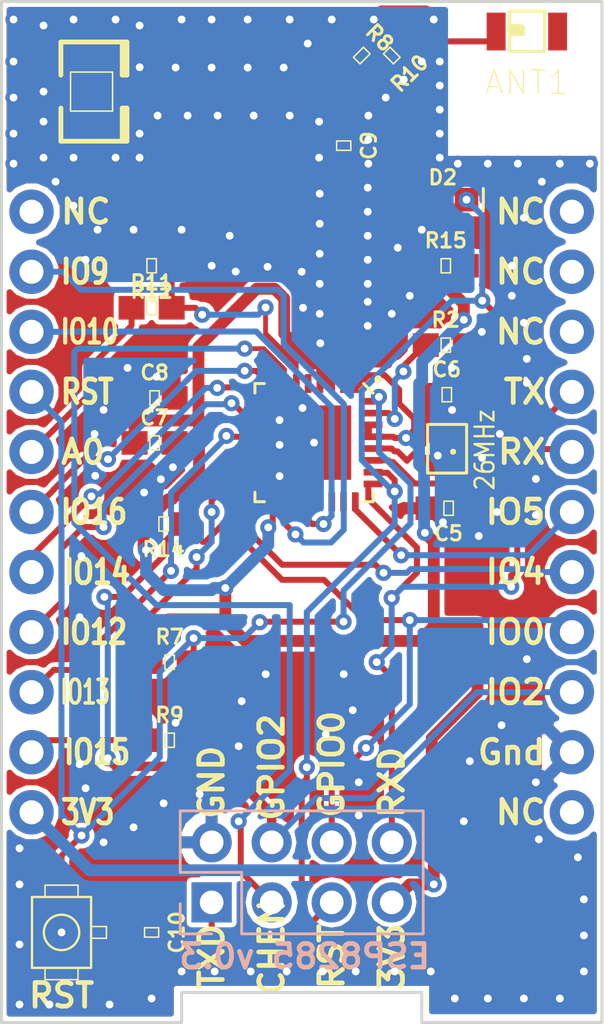
<source format=kicad_pcb>
(kicad_pcb (version 4) (host pcbnew 4.0.6)
  (layers (0 F.Cu signal) (31 B.Cu signal) (34 B.Paste user) (35 F.Paste user) (36 B.SilkS user) (37 F.SilkS user) (38 B.Mask user) (39 F.Mask user) (44 Edge.Cuts user))
  (net 0 "")
  (net 1 GPIO0)
  (net 2 RST)
  (net 3 GND)
  (net 4 +3V3)
  (net 5 "Net-(C9-Pad2)")
  (net 6 "Net-(U5-Pad5)")
  (net 7 ADC)
  (net 8 GPIO16)
  (net 9 GPIO14)
  (net 10 GPIO12)
  (net 11 GPIO13)
  (net 12 GPIO15)
  (net 13 GPIO2)
  (net 14 GPIO4)
  (net 15 "Net-(U5-Pad20)")
  (net 16 "Net-(U5-Pad21)")
  (net 17 "Net-(U5-Pad22)")
  (net 18 "Net-(U5-Pad23)")
  (net 19 GPIO5)
  (net 20 RXD)
  (net 21 TXD)
  (net 22 "Net-(C5-Pad1)")
  (net 23 "Net-(C6-Pad1)")
  (net 24 "Net-(R2-Pad1)")
  (net 25 "Net-(R8-Pad1)")
  (net 26 "Net-(ANT1-Pad1)")
  (net 27 "Net-(C9-Pad1)")
  (net 28 A0)
  (net 29 "Net-(D2-PadA)")
  (net 30 GPIO9)
  (net 31 GPIO10)
  (net 32 "Net-(J1-Pad1)")
  (net 33 "Net-(J2-Pad1)")
  (net 34 "Net-(J2-Pad9)")
  (net 35 "Net-(J2-Pad10)")
  (net 36 "Net-(J2-Pad11)")
  (net 37 CH_PD)
  (module ANT_2450AT18B100E (layer F.Cu) (at 153.035 78.74)
    (fp_text reference ANT1 (at 0 2.159) (layer F.SilkS) (effects (font (thickness 0.05))))
    (fp_text value 2450AT18B100E hide)
    (pad 1 smd rect (at -1.3 0) (size 0.8 1.6) (layers F.Cu F.Paste F.Mask) (net 26 "Net-(ANT1-Pad1)"))
    (pad 2 smd rect (at 1.3 0) (size 0.8 1.6) (layers F.Cu F.Paste F.Mask))
  )
  (module Socket_Strips:Socket_Strip_Straight_2x04_Pitch2.54mm (layer B.Cu) (at 139.7 115.57 270)
    (fp_text reference J3 hide)
    (fp_text value "ESP01 Header")
    (pad 1 thru_hole rect (at 0 0 270) (size 1.7 1.7) (drill 1) (layers *.Cu *.Mask) (net 21 TXD))
    (pad 2 thru_hole oval (at -2.54 0 270) (size 1.7 1.7) (drill 1) (layers *.Cu *.Mask) (net 3 GND))
    (pad 3 thru_hole oval (at 0 -2.54 270) (size 1.7 1.7) (drill 1) (layers *.Cu *.Mask) (net 37 CH_PD))
    (pad 4 thru_hole oval (at -2.54 -2.54 270) (size 1.7 1.7) (drill 1) (layers *.Cu *.Mask) (net 13 GPIO2))
    (pad 5 thru_hole oval (at 0 -5.08 270) (size 1.7 1.7) (drill 1) (layers *.Cu *.Mask) (net 2 RST))
    (pad 6 thru_hole oval (at -2.54 -5.08 270) (size 1.7 1.7) (drill 1) (layers *.Cu *.Mask) (net 1 GPIO0))
    (pad 7 thru_hole oval (at 0 -7.62 270) (size 1.7 1.7) (drill 1) (layers *.Cu *.Mask) (net 4 +3V3))
    (pad 8 thru_hole oval (at -2.54 -7.62 270) (size 1.7 1.7) (drill 1) (layers *.Cu *.Mask) (net 20 RXD))
  )
  (module logos:mermaid_l (layer B.Cu) (at 152.019 114.554 180)
    (fp_text reference G*** hide)
    (fp_text value LOGO hide)
  )
  (module lib_fp:SparkFun-Capacitors-0603 (layer F.Cu) (at 149.725 98.9 180)
    (fp_text reference C5 (at 0 -1.0668 180) (layer F.SilkS) (effects (font (size 0.6096 0.6096) (thickness 0.127))))
    (fp_text value 12pF hide)
    (pad 1 smd rect (at -0.84836 0 180) (size 1.09982 0.99822) (layers F.Cu F.Paste F.Mask) (net 22 "Net-(C5-Pad1)"))
    (pad 2 smd rect (at 0.84836 0 180) (size 1.09982 0.99822) (layers F.Cu F.Paste F.Mask) (net 3 GND))
  )
  (module lib_fp:SparkFun-Capacitors-0603 (layer F.Cu) (at 149.64836 94.1)
    (fp_text reference C6 (at 0 -1.0668) (layer F.SilkS) (effects (font (size 0.6096 0.6096) (thickness 0.127))))
    (fp_text value 12pF hide)
    (pad 1 smd rect (at -0.84836 0) (size 1.09982 0.99822) (layers F.Cu F.Paste F.Mask) (net 23 "Net-(C6-Pad1)"))
    (pad 2 smd rect (at 0.84836 0) (size 1.09982 0.99822) (layers F.Cu F.Paste F.Mask) (net 3 GND))
  )
  (module lib_fp:SparkFun-Capacitors-0603 (layer F.Cu) (at 137.287 96.139)
    (fp_text reference C7 (at 0 -1.0668) (layer F.SilkS) (effects (font (size 0.6096 0.6096) (thickness 0.127))))
    (fp_text value 10uF hide)
    (pad 1 smd rect (at -0.84836 0) (size 1.09982 0.99822) (layers F.Cu F.Paste F.Mask) (net 4 +3V3))
    (pad 2 smd rect (at 0.84836 0) (size 1.09982 0.99822) (layers F.Cu F.Paste F.Mask) (net 3 GND))
  )
  (module lib_fp:SparkFun-Capacitors-0603 (layer F.Cu) (at 137.287 94.234)
    (fp_text reference C8 (at 0 -1.0668) (layer F.SilkS) (effects (font (size 0.6096 0.6096) (thickness 0.127))))
    (fp_text value 100nF hide)
    (pad 1 smd rect (at -0.84836 0) (size 1.09982 0.99822) (layers F.Cu F.Paste F.Mask) (net 4 +3V3))
    (pad 2 smd rect (at 0.84836 0) (size 1.09982 0.99822) (layers F.Cu F.Paste F.Mask) (net 3 GND))
  )
  (module lib_fp:SparkFun-Capacitors-0603 (layer F.Cu) (at 145.288 83.566 270)
    (fp_text reference C9 (at 0 -1.0668 270) (layer F.SilkS) (effects (font (size 0.6096 0.6096) (thickness 0.127))))
    (fp_text value 5.6pF hide)
    (pad 1 smd rect (at -0.84836 0 270) (size 1.09982 0.99822) (layers F.Cu F.Paste F.Mask) (net 27 "Net-(C9-Pad1)"))
    (pad 2 smd rect (at 0.84836 0 270) (size 1.09982 0.99822) (layers F.Cu F.Paste F.Mask) (net 5 "Net-(C9-Pad2)"))
  )
  (module lib_fp:SparkFun-Capacitors-0603 (layer F.Cu) (at 137.16 116.84 270)
    (fp_text reference C10 (at 0 -1.0668 270) (layer F.SilkS) (effects (font (size 0.6096 0.6096) (thickness 0.127))))
    (fp_text value 0.1uF hide)
    (pad 1 smd rect (at -0.84836 0 270) (size 1.09982 0.99822) (layers F.Cu F.Paste F.Mask) (net 2 RST))
    (pad 2 smd rect (at 0.84836 0 270) (size 1.09982 0.99822) (layers F.Cu F.Paste F.Mask) (net 3 GND))
  )
  (module lib_fp:SparkFun-LED-LED-0603 (layer F.Cu) (at 149.606 85.852)
    (fp_text reference D2 (at -0.127 -0.9398) (layer F.SilkS) (effects (font (size 0.6096 0.6096) (thickness 0.127))))
    (fp_text value LED-TX hide)
    (pad A smd rect (at -0.8763 0 270) (size 0.99822 0.99822) (layers F.Cu F.Paste F.Mask) (net 29 "Net-(D2-PadA)"))
    (pad C smd rect (at 0.8763 0 270) (size 0.99822 0.99822) (layers F.Cu F.Paste F.Mask) (net 21 TXD))
  )
  (module lib_fp:SparkFun-Connectors-1X11_NO_SILK_KIT (layer F.Cu) (at 132.08 86.36 270)
    (fp_text reference J1 hide)
    (fp_text value LEFT hide)
    (pad 1 thru_hole circle (at 0 0 270) (size 1.8796 1.8796) (drill 1.016) (layers *.Cu *.Paste *.Mask) (net 32 "Net-(J1-Pad1)"))
    (pad 2 thru_hole circle (at 2.54 0 270) (size 1.8796 1.8796) (drill 1.016) (layers *.Cu *.Paste *.Mask) (net 30 GPIO9))
    (pad 3 thru_hole circle (at 5.08 0 270) (size 1.8796 1.8796) (drill 1.016) (layers *.Cu *.Paste *.Mask) (net 31 GPIO10))
    (pad 4 thru_hole circle (at 7.62 0 270) (size 1.8796 1.8796) (drill 1.016) (layers *.Cu *.Paste *.Mask) (net 2 RST))
    (pad 5 thru_hole circle (at 10.16 0 270) (size 1.8796 1.8796) (drill 1.016) (layers *.Cu *.Paste *.Mask) (net 28 A0))
    (pad 6 thru_hole circle (at 12.7 0 270) (size 1.8796 1.8796) (drill 1.016) (layers *.Cu *.Paste *.Mask) (net 8 GPIO16))
    (pad 7 thru_hole circle (at 15.24 0 270) (size 1.8796 1.8796) (drill 1.016) (layers *.Cu *.Paste *.Mask) (net 9 GPIO14))
    (pad 8 thru_hole circle (at 17.78 0 270) (size 1.8796 1.8796) (drill 1.016) (layers *.Cu *.Paste *.Mask) (net 10 GPIO12))
    (pad 9 thru_hole circle (at 20.32 0 270) (size 1.8796 1.8796) (drill 1.016) (layers *.Cu *.Paste *.Mask) (net 11 GPIO13))
    (pad 10 thru_hole circle (at 22.86 0 270) (size 1.8796 1.8796) (drill 1.016) (layers *.Cu *.Paste *.Mask) (net 12 GPIO15))
    (pad 11 thru_hole circle (at 25.4 0 270) (size 1.8796 1.8796) (drill 1.016) (layers *.Cu *.Paste *.Mask) (net 4 +3V3))
  )
  (module lib_fp:SparkFun-Connectors-1X11_NO_SILK_KIT (layer F.Cu) (at 154.94 111.76 90)
    (fp_text reference J2 hide)
    (fp_text value RIGHT hide)
    (pad 1 thru_hole circle (at 0 0 90) (size 1.8796 1.8796) (drill 1.016) (layers *.Cu *.Paste *.Mask) (net 33 "Net-(J2-Pad1)"))
    (pad 2 thru_hole circle (at 2.54 0 90) (size 1.8796 1.8796) (drill 1.016) (layers *.Cu *.Paste *.Mask) (net 3 GND))
    (pad 3 thru_hole circle (at 5.08 0 90) (size 1.8796 1.8796) (drill 1.016) (layers *.Cu *.Paste *.Mask) (net 13 GPIO2))
    (pad 4 thru_hole circle (at 7.62 0 90) (size 1.8796 1.8796) (drill 1.016) (layers *.Cu *.Paste *.Mask) (net 1 GPIO0))
    (pad 5 thru_hole circle (at 10.16 0 90) (size 1.8796 1.8796) (drill 1.016) (layers *.Cu *.Paste *.Mask) (net 14 GPIO4))
    (pad 6 thru_hole circle (at 12.7 0 90) (size 1.8796 1.8796) (drill 1.016) (layers *.Cu *.Paste *.Mask) (net 19 GPIO5))
    (pad 7 thru_hole circle (at 15.24 0 90) (size 1.8796 1.8796) (drill 1.016) (layers *.Cu *.Paste *.Mask) (net 20 RXD))
    (pad 8 thru_hole circle (at 17.78 0 90) (size 1.8796 1.8796) (drill 1.016) (layers *.Cu *.Paste *.Mask) (net 21 TXD))
    (pad 9 thru_hole circle (at 20.32 0 90) (size 1.8796 1.8796) (drill 1.016) (layers *.Cu *.Paste *.Mask) (net 34 "Net-(J2-Pad9)"))
    (pad 10 thru_hole circle (at 22.86 0 90) (size 1.8796 1.8796) (drill 1.016) (layers *.Cu *.Paste *.Mask) (net 35 "Net-(J2-Pad10)"))
    (pad 11 thru_hole circle (at 25.4 0 90) (size 1.8796 1.8796) (drill 1.016) (layers *.Cu *.Paste *.Mask) (net 36 "Net-(J2-Pad11)"))
  )
  (module "lib_fp:nixiemisc-B3U-1100P(M)" (layer F.Cu) (at 133.35 116.84 90)
    (fp_text reference K1 hide)
    (fp_text value RST (at -2.667 0 180) (layer F.SilkS) (effects (font (thickness 0.2))))
    (pad 1 smd rect (at -1.74752 0 90) (size 0.59944 1.69926) (layers F.Cu F.Paste F.Mask) (net 3 GND))
    (pad 2 smd rect (at 1.74752 0 90) (size 0.59944 1.69926) (layers F.Cu F.Paste F.Mask) (net 2 RST))
    (pad GND smd rect (at 0 1.64846 90) (size 0.79756 1.09982) (layers F.Cu F.Paste F.Mask) (net 3 GND))
  )
  (module lib_fp:SparkFun-Resistors-0603 (layer F.Cu) (at 149.606 92)
    (fp_text reference R2 (at 0 -1.0668) (layer F.SilkS) (effects (font (size 0.6096 0.6096) (thickness 0.127))))
    (fp_text value 12K hide)
    (pad 1 smd rect (at -0.84836 0) (size 1.09982 0.99822) (layers F.Cu F.Paste F.Mask) (net 24 "Net-(R2-Pad1)"))
    (pad 2 smd rect (at 0.84836 0) (size 1.09982 0.99822) (layers F.Cu F.Paste F.Mask) (net 3 GND))
  )
  (module lib_fp:SparkFun-Resistors-0603 (layer F.Cu) (at 137.922 105.41)
    (fp_text reference R7 (at 0 -1.0668) (layer F.SilkS) (effects (font (size 0.6096 0.6096) (thickness 0.127))))
    (fp_text value 10k hide)
    (pad 1 smd rect (at -0.84836 0) (size 1.09982 0.99822) (layers F.Cu F.Paste F.Mask) (net 4 +3V3))
    (pad 2 smd rect (at 0.84836 0) (size 1.09982 0.99822) (layers F.Cu F.Paste F.Mask) (net 2 RST))
  )
  (module lib_fp:SparkFun-Resistors-0603 (layer F.Cu) (at 146.05 79.756 315)
    (fp_text reference R8 (at 0 -1.0668 315) (layer F.SilkS) (effects (font (size 0.6096 0.6096) (thickness 0.127))))
    (fp_text value DNP hide)
    (pad 1 smd rect (at -0.84836 0 315) (size 1.09982 0.99822) (layers F.Cu F.Paste F.Mask) (net 25 "Net-(R8-Pad1)"))
    (pad 2 smd rect (at 0.84836 0 315) (size 1.09982 0.99822) (layers F.Cu F.Paste F.Mask) (net 27 "Net-(C9-Pad1)"))
  )
  (module lib_fp:SparkFun-Resistors-0603 (layer F.Cu) (at 137.922 108.712)
    (fp_text reference R9 (at 0 -1.0668) (layer F.SilkS) (effects (font (size 0.6096 0.6096) (thickness 0.127))))
    (fp_text value 10k hide)
    (pad 1 smd rect (at -0.84836 0) (size 1.09982 0.99822) (layers F.Cu F.Paste F.Mask) (net 12 GPIO15))
    (pad 2 smd rect (at 0.84836 0) (size 1.09982 0.99822) (layers F.Cu F.Paste F.Mask) (net 3 GND))
  )
  (module lib_fp:SparkFun-Resistors-0603 (layer F.Cu) (at 147.32 79.756 225)
    (fp_text reference R10 (at 0 -1.0668 225) (layer F.SilkS) (effects (font (size 0.6096 0.6096) (thickness 0.127))))
    (fp_text value 0 hide)
    (pad 1 smd rect (at -0.84836 0 225) (size 1.09982 0.99822) (layers F.Cu F.Paste F.Mask) (net 26 "Net-(ANT1-Pad1)"))
    (pad 2 smd rect (at 0.84836 0 225) (size 1.09982 0.99822) (layers F.Cu F.Paste F.Mask) (net 27 "Net-(C9-Pad1)"))
  )
  (module lib_fp:SparkFun-Resistors-0603 (layer F.Cu) (at 137.16 90.424)
    (fp_text reference R11 (at 0 -1.0668) (layer F.SilkS) (effects (font (size 0.6096 0.6096) (thickness 0.127))))
    (fp_text value 220K hide)
    (pad 1 smd rect (at -0.84836 0) (size 1.09982 0.99822) (layers F.Cu F.Paste F.Mask) (net 28 A0))
    (pad 2 smd rect (at 0.84836 0) (size 1.09982 0.99822) (layers F.Cu F.Paste F.Mask) (net 7 ADC))
  )
  (module lib_fp:SparkFun-Resistors-0603 (layer F.Cu) (at 137.16 88.646 180)
    (fp_text reference R12 (at 0 -1.0668 180) (layer F.SilkS) (effects (font (size 0.6096 0.6096) (thickness 0.127))))
    (fp_text value 100K hide)
    (pad 1 smd rect (at -0.84836 0 180) (size 1.09982 0.99822) (layers F.Cu F.Paste F.Mask) (net 7 ADC))
    (pad 2 smd rect (at 0.84836 0 180) (size 1.09982 0.99822) (layers F.Cu F.Paste F.Mask) (net 3 GND))
  )
  (module lib_fp:SparkFun-Resistors-0603 (layer F.Cu) (at 137.668 99.568 180)
    (fp_text reference R14 (at 0 -1.0668 180) (layer F.SilkS) (effects (font (size 0.6096 0.6096) (thickness 0.127))))
    (fp_text value 10k hide)
    (pad 1 smd rect (at -0.84836 0 180) (size 1.09982 0.99822) (layers F.Cu F.Paste F.Mask) (net 13 GPIO2))
    (pad 2 smd rect (at 0.84836 0 180) (size 1.09982 0.99822) (layers F.Cu F.Paste F.Mask) (net 4 +3V3))
  )
  (module lib_fp:SparkFun-Resistors-0603 (layer F.Cu) (at 149.606 88.646)
    (fp_text reference R15 (at 0 -1.0668) (layer F.SilkS) (effects (font (size 0.6096 0.6096) (thickness 0.127))))
    (fp_text value 470 hide)
    (pad 1 smd rect (at -0.84836 0) (size 1.09982 0.99822) (layers F.Cu F.Paste F.Mask) (net 4 +3V3))
    (pad 2 smd rect (at 0.84836 0) (size 1.09982 0.99822) (layers F.Cu F.Paste F.Mask) (net 29 "Net-(D2-PadA)"))
  )
  (module lib_fp:nixiemisc-QFN-32 (layer F.Cu) (at 144.0307 96.1263 180)
    (fp_text reference U5 hide)
    (fp_text value ESP8285QFN-32 hide)
    (pad 1 smd rect (at -1.74752 2.49936 270) (size 0.79756 0.28448) (layers F.Cu F.Paste F.Mask) (net 4 +3V3))
    (pad 2 smd rect (at -1.24968 2.49936 270) (size 0.79756 0.28448) (layers F.Cu F.Paste F.Mask) (net 5 "Net-(C9-Pad2)"))
    (pad 3 smd rect (at -0.7493 2.49936 270) (size 0.79756 0.28448) (layers F.Cu F.Paste F.Mask) (net 4 +3V3))
    (pad 4 smd rect (at -0.24892 2.49936 270) (size 0.79756 0.28448) (layers F.Cu F.Paste F.Mask) (net 4 +3V3))
    (pad 5 smd rect (at 0.24892 2.49936 270) (size 0.79756 0.28448) (layers F.Cu F.Paste F.Mask) (net 6 "Net-(U5-Pad5)"))
    (pad 6 smd rect (at 0.7493 2.49936 270) (size 0.79756 0.28448) (layers F.Cu F.Paste F.Mask) (net 7 ADC))
    (pad 7 smd rect (at 1.24968 2.49936 270) (size 0.79756 0.28448) (layers F.Cu F.Paste F.Mask) (net 37 CH_PD))
    (pad 8 smd rect (at 1.74752 2.49936 270) (size 0.79756 0.28448) (layers F.Cu F.Paste F.Mask) (net 8 GPIO16))
    (pad 9 smd rect (at 2.49936 1.74752) (size 0.79756 0.28448) (layers F.Cu F.Paste F.Mask) (net 9 GPIO14))
    (pad 10 smd rect (at 2.49936 1.24968) (size 0.79756 0.28448) (layers F.Cu F.Paste F.Mask) (net 10 GPIO12))
    (pad 11 smd rect (at 2.49936 0.7493) (size 0.79756 0.28448) (layers F.Cu F.Paste F.Mask) (net 4 +3V3))
    (pad 12 smd rect (at 2.49936 0.24892) (size 0.79756 0.28448) (layers F.Cu F.Paste F.Mask) (net 11 GPIO13))
    (pad 13 smd rect (at 2.49936 -0.24892) (size 0.79756 0.28448) (layers F.Cu F.Paste F.Mask) (net 12 GPIO15))
    (pad 14 smd rect (at 2.49936 -0.7493) (size 0.79756 0.28448) (layers F.Cu F.Paste F.Mask) (net 13 GPIO2))
    (pad 15 smd rect (at 2.49936 -1.24968) (size 0.79756 0.28448) (layers F.Cu F.Paste F.Mask) (net 1 GPIO0))
    (pad 16 smd rect (at 2.49936 -1.74752) (size 0.79756 0.28448) (layers F.Cu F.Paste F.Mask) (net 14 GPIO4))
    (pad 17 smd rect (at 1.74752 -2.49936 90) (size 0.79756 0.28448) (layers F.Cu F.Paste F.Mask) (net 4 +3V3))
    (pad 18 smd rect (at 1.24968 -2.49936 90) (size 0.79756 0.28448) (layers F.Cu F.Paste F.Mask) (net 30 GPIO9))
    (pad 19 smd rect (at 0.7493 -2.49936 90) (size 0.79756 0.28448) (layers F.Cu F.Paste F.Mask) (net 31 GPIO10))
    (pad 20 smd rect (at 0.24892 -2.49936 90) (size 0.79756 0.28448) (layers F.Cu F.Paste F.Mask) (net 15 "Net-(U5-Pad20)"))
    (pad 21 smd rect (at -0.24892 -2.49936 90) (size 0.79756 0.28448) (layers F.Cu F.Paste F.Mask) (net 16 "Net-(U5-Pad21)"))
    (pad 22 smd rect (at -0.7493 -2.49936 90) (size 0.79756 0.28448) (layers F.Cu F.Paste F.Mask) (net 17 "Net-(U5-Pad22)"))
    (pad 23 smd rect (at -1.24968 -2.49936 90) (size 0.79756 0.28448) (layers F.Cu F.Paste F.Mask) (net 18 "Net-(U5-Pad23)"))
    (pad 24 smd rect (at -1.74752 -2.49936 90) (size 0.79756 0.28448) (layers F.Cu F.Paste F.Mask) (net 19 GPIO5))
    (pad 25 smd rect (at -2.49936 -1.74752 180) (size 0.79756 0.28448) (layers F.Cu F.Paste F.Mask) (net 20 RXD))
    (pad 26 smd rect (at -2.49936 -1.24968 180) (size 0.79756 0.28448) (layers F.Cu F.Paste F.Mask) (net 21 TXD))
    (pad 27 smd rect (at -2.49936 -0.7493 180) (size 0.79756 0.28448) (layers F.Cu F.Paste F.Mask) (net 22 "Net-(C5-Pad1)"))
    (pad 28 smd rect (at -2.49936 -0.24892 180) (size 0.79756 0.28448) (layers F.Cu F.Paste F.Mask) (net 23 "Net-(C6-Pad1)"))
    (pad 29 smd rect (at -2.49936 0.24892 180) (size 0.79756 0.28448) (layers F.Cu F.Paste F.Mask) (net 4 +3V3))
    (pad 30 smd rect (at -2.49936 0.7493 180) (size 0.79756 0.28448) (layers F.Cu F.Paste F.Mask) (net 4 +3V3))
    (pad 31 smd rect (at -2.49936 1.24968 180) (size 0.79756 0.28448) (layers F.Cu F.Paste F.Mask) (net 24 "Net-(R2-Pad1)"))
    (pad 32 smd rect (at -2.49936 1.74752 180) (size 0.79756 0.28448) (layers F.Cu F.Paste F.Mask) (net 2 RST))
    (pad EP smd rect (at 0 0 180) (size 3.1496 3.1496) (layers F.Cu F.Paste F.Mask) (net 3 GND))
  )
  (module lib_fp:adafruit-U.FL (layer F.Cu) (at 134.62 81.28)
    (fp_text reference X1 hide)
    (fp_text value ANTENNA_U.FL hide)
    (pad 1 smd rect (at 0 -1.37414) (size 2.19964 1.04902) (layers F.Cu F.Paste F.Mask) (net 3 GND))
    (pad 2 smd rect (at 0 1.37414) (size 2.19964 1.04902) (layers F.Cu F.Paste F.Mask) (net 3 GND))
    (pad 3 smd rect (at 1.524 0) (size 0.79756 0.99822) (layers F.Cu F.Paste F.Mask) (net 25 "Net-(R8-Pad1)"))
  )
  (module lib_fp:nixiemisc-CRYSTAL2.0X1.6 (layer F.Cu) (at 149.6615 96.385 90)
    (fp_text reference Y1 hide)
    (fp_text value 26MHz (at -0.0508 1.5955 90) (layer F.SilkS) (effects (font (size 0.8 0.7) (thickness 0.1))))
    (pad 1 smd rect (at -0.6985 0.54356 90) (size 0.889 0.7874) (layers F.Cu F.Paste F.Mask) (net 22 "Net-(C5-Pad1)"))
    (pad 2 smd rect (at 0.6985 0.54356 90) (size 0.889 0.7874) (layers F.Cu F.Paste F.Mask) (net 3 GND))
    (pad 3 smd rect (at 0.6985 -0.54356 90) (size 0.889 0.7874) (layers F.Cu F.Paste F.Mask) (net 23 "Net-(C6-Pad1)"))
    (pad 4 smd rect (at -0.6985 -0.54356 90) (size 0.889 0.7874) (layers F.Cu F.Paste F.Mask) (net 3 GND))
  )
  (gr_text RXD (at 147.32 110.49 90) (layer F.SilkS) (effects (font (size 1 1) (thickness 0.2))))
  (gr_text GPIO0 (at 144.78 109.728 90) (layer F.SilkS) (effects (font (size 1 1) (thickness 0.2))))
  (gr_text GPIO2 (at 142.24 109.855 90) (layer F.SilkS) (effects (font (size 1 1) (thickness 0.2))))
  (gr_text GND (at 139.7 110.49 90) (layer F.SilkS) (effects (font (size 1 1) (thickness 0.2))))
  (gr_text TXD (at 139.7 117.856 90) (layer F.SilkS) (effects (font (size 1 1) (thickness 0.2))))
  (gr_text CHEN (at 142.24 117.475 90) (layer F.SilkS) (effects (font (size 1 1) (thickness 0.2))))
  (gr_text 3V3 (at 147.32 117.856 90) (layer F.SilkS) (effects (font (size 1 1) (thickness 0.2))))
  (gr_text RST (at 144.78 117.856 90) (layer F.SilkS) (effects (font (size 1 1) (thickness 0.2))))
  (gr_text "ESP8285 v0.3" (at 143.637 117.856) (layer B.SilkS) (effects (font (size 1 1) (thickness 0.2)) (justify mirror)))
  (gr_text NC (at 133.223 86.36) (layer F.SilkS) (effects (font (size 1 1) (thickness 0.2)) (justify left)))
  (gr_text IO9 (at 133.223 88.9) (layer F.SilkS) (effects (font (size 1 0.8) (thickness 0.2)) (justify left)))
  (gr_text IO10 (at 133.223 91.44) (layer F.SilkS) (effects (font (size 1 0.7) (thickness 0.175)) (justify left)))
  (gr_text 3V3 (at 133.223 111.76) (layer F.SilkS) (effects (font (size 1 0.8) (thickness 0.2)) (justify left)))
  (gr_text IO15 (at 133.35 109.22) (layer F.SilkS) (effects (font (size 1 0.8) (thickness 0.2)) (justify left)))
  (gr_text IO13 (at 133.223 106.68) (layer F.SilkS) (effects (font (size 1 0.6)) (justify left)))
  (gr_text IO12 (at 133.223 104.14) (layer F.SilkS) (effects (font (size 1 0.8) (thickness 0.2)) (justify left)))
  (gr_text IO14 (at 133.35 101.6) (layer F.SilkS) (effects (font (size 1 0.8) (thickness 0.2)) (justify left)))
  (gr_text IO16 (at 133.223 99.06) (layer F.SilkS) (effects (font (size 1 0.8) (thickness 0.2)) (justify left)))
  (gr_text A0 (at 133.223 96.52) (layer F.SilkS) (effects (font (size 1 1) (thickness 0.2)) (justify left)))
  (gr_text RST (at 133.223 93.98) (layer F.SilkS) (effects (font (size 1 0.8) (thickness 0.2)) (justify left)))
  (gr_text NC (at 153.924 111.76) (layer F.SilkS) (effects (font (size 1 1) (thickness 0.2)) (justify right)))
  (gr_text Gnd (at 153.924 109.22) (layer F.SilkS) (effects (font (size 1 1) (thickness 0.2)) (justify right)))
  (gr_text IO2 (at 153.924 106.68) (layer F.SilkS) (effects (font (size 1 1) (thickness 0.2)) (justify right)))
  (gr_text IO0 (at 153.924 104.14) (layer F.SilkS) (effects (font (size 1 1) (thickness 0.2)) (justify right)))
  (gr_text IO4 (at 153.924 101.6) (layer F.SilkS) (effects (font (size 1 1) (thickness 0.2)) (justify right)))
  (gr_text IO5 (at 153.924 99.06) (layer F.SilkS) (effects (font (size 1 1) (thickness 0.2)) (justify right)))
  (gr_text RX (at 153.924 96.52) (layer F.SilkS) (effects (font (size 1 1) (thickness 0.2)) (justify right)))
  (gr_text TX (at 153.924 93.98) (layer F.SilkS) (effects (font (size 1 1) (thickness 0.2)) (justify right)))
  (gr_text NC (at 153.924 91.44) (layer F.SilkS) (effects (font (size 1 1) (thickness 0.2)) (justify right)))
  (gr_text NC (at 153.924 88.9) (layer F.SilkS) (effects (font (size 1 1) (thickness 0.2)) (justify right)))
  (gr_text NC (at 153.924 86.36) (layer F.SilkS) (effects (font (size 1 1) (thickness 0.2)) (justify right)))
  (gr_line (start 130.81 120.65) (end 138.43 120.65) (layer Edge.Cuts) (width 0.127))
  (gr_line (start 148.59 120.65) (end 156.21 120.65) (layer Edge.Cuts) (width 0.127))
  (gr_line (start 148.59 119.38) (end 148.59 120.65) (layer Edge.Cuts) (width 0.127))
  (gr_line (start 138.43 119.38) (end 148.59 119.38) (layer Edge.Cuts) (width 0.127))
  (gr_line (start 138.43 120.65) (end 138.43 119.38) (layer Edge.Cuts) (width 0.127))
  (gr_line (start 156.21 120.65) (end 156.21 77.47) (layer Edge.Cuts) (width 0.127))
  (gr_line (start 130.81 77.47) (end 130.81 120.65) (layer Edge.Cuts) (width 0.127))
  (gr_line (start 156.21 77.47) (end 130.81 77.47) (layer Edge.Cuts) (width 0.127))
  (segment (start 144.454909 101.927011) (end 146.159898 103.632) (width 0.254) (layer F.Cu) (net 1))
  (segment (start 141.502741 97.404579) (end 140.870959 97.404579) (width 0.254) (layer F.Cu) (net 1))
  (segment (start 140.870959 97.404579) (end 140.805559 97.469979) (width 0.254) (layer F.Cu) (net 1))
  (segment (start 140.972328 98.698804) (end 140.972328 100.22048) (width 0.254) (layer F.Cu) (net 1))
  (segment (start 140.972328 100.22048) (end 142.678859 101.927011) (width 0.254) (layer F.Cu) (net 1))
  (segment (start 142.678859 101.927011) (end 144.454909 101.927011) (width 0.254) (layer F.Cu) (net 1))
  (segment (start 140.805559 97.469979) (end 140.80556 98.532036) (width 0.254) (layer F.Cu) (net 1))
  (segment (start 141.53134 97.37598) (end 141.502741 97.404579) (width 0.254) (layer F.Cu) (net 1))
  (segment (start 146.159898 103.632) (end 147.597067 103.632) (width 0.254) (layer F.Cu) (net 1))
  (segment (start 140.80556 98.532036) (end 140.972328 98.698804) (width 0.254) (layer F.Cu) (net 1))
  (segment (start 147.597067 103.632) (end 148.082 103.632) (width 0.254) (layer F.Cu) (net 1))
  (segment (start 148.082 107.188) (end 146.572572 108.697428) (width 0.254) (layer B.Cu) (net 1))
  (segment (start 148.082 103.632) (end 148.082 107.188) (width 0.254) (layer B.Cu) (net 1))
  (segment (start 145.886774 109.383226) (end 146.229673 109.040327) (width 0.254) (layer F.Cu) (net 1))
  (segment (start 144.78 110.49) (end 145.886774 109.383226) (width 0.254) (layer F.Cu) (net 1))
  (segment (start 146.572572 108.697428) (end 146.229673 109.040327) (width 0.254) (layer B.Cu) (net 1))
  (segment (start 144.78 113.03) (end 144.78 110.49) (width 0.254) (layer F.Cu) (net 1))
  (via (at 146.229673 109.040327) (size 0.6858) (drill 0.3302) (layers F.Cu B.Cu) (net 1))
  (segment (start 148.082 103.632) (end 154.432 103.632) (width 0.254) (layer B.Cu) (net 1))
  (segment (start 154.432 103.632) (end 154.94 104.14) (width 0.254) (layer B.Cu) (net 1))
  (via (at 148.082 103.632) (size 0.6858) (drill 0.3302) (layers F.Cu B.Cu) (net 1))
  (segment (start 154.598274 103.798274) (end 154.94 104.14) (width 0.254) (layer F.Cu) (net 1))
  (segment (start 143.930001 116.419999) (end 144.78 115.57) (width 0.254) (layer F.Cu) (net 2))
  (segment (start 143.094988 117.255012) (end 143.930001 116.419999) (width 0.254) (layer F.Cu) (net 2))
  (segment (start 139.176482 117.255012) (end 143.094988 117.255012) (width 0.254) (layer F.Cu) (net 2))
  (segment (start 137.91311 115.99164) (end 139.176482 117.255012) (width 0.254) (layer F.Cu) (net 2))
  (segment (start 137.16 115.99164) (end 137.91311 115.99164) (width 0.254) (layer F.Cu) (net 2))
  (segment (start 141.05891 104.394) (end 141.389101 104.063809) (width 0.254) (layer B.Cu) (net 2))
  (segment (start 138.938 104.394) (end 141.05891 104.394) (width 0.254) (layer B.Cu) (net 2))
  (via (at 141.732 103.72091) (size 0.6858) (drill 0.3302) (layers F.Cu B.Cu) (net 2))
  (segment (start 145.280204 103.699702) (end 141.753208 103.699702) (width 0.254) (layer F.Cu) (net 2))
  (segment (start 141.389101 104.063809) (end 141.732 103.72091) (width 0.254) (layer B.Cu) (net 2))
  (segment (start 141.753208 103.699702) (end 141.732 103.72091) (width 0.254) (layer F.Cu) (net 2))
  (segment (start 148.112904 99.544164) (end 145.280204 102.376864) (width 0.254) (layer B.Cu) (net 2))
  (segment (start 145.280204 103.214769) (end 145.280204 103.699702) (width 0.254) (layer B.Cu) (net 2))
  (segment (start 146.77709 96.53302) (end 148.112904 97.868834) (width 0.254) (layer B.Cu) (net 2))
  (segment (start 148.112904 97.868834) (end 148.112904 99.544164) (width 0.254) (layer B.Cu) (net 2))
  (segment (start 145.280204 102.376864) (end 145.280204 103.214769) (width 0.254) (layer B.Cu) (net 2))
  (segment (start 146.77709 94.191468) (end 146.77709 96.53302) (width 0.254) (layer B.Cu) (net 2))
  (segment (start 132.08 93.98) (end 133.346801 95.246801) (width 0.254) (layer B.Cu) (net 2))
  (segment (start 133.346801 95.246801) (end 133.346801 111.893136) (width 0.254) (layer B.Cu) (net 2))
  (segment (start 133.346801 111.893136) (end 133.854047 112.400382) (width 0.254) (layer B.Cu) (net 2))
  (segment (start 133.854047 112.400382) (end 134.196946 112.743281) (width 0.254) (layer B.Cu) (net 2))
  (via (at 145.280204 103.699702) (size 0.6858) (drill 0.3302) (layers F.Cu B.Cu) (net 2))
  (segment (start 146.77709 94.191468) (end 146.717372 94.191468) (width 0.254) (layer F.Cu) (net 2))
  (segment (start 146.717372 94.191468) (end 146.53006 94.37878) (width 0.254) (layer F.Cu) (net 2))
  (via (at 146.77709 94.191468) (size 0.6858) (drill 0.3302) (layers F.Cu B.Cu) (net 2))
  (segment (start 133.854047 113.08618) (end 134.196946 112.743281) (width 0.254) (layer F.Cu) (net 2))
  (segment (start 133.35 113.590227) (end 133.854047 113.08618) (width 0.254) (layer F.Cu) (net 2))
  (segment (start 133.35 115.09248) (end 133.35 113.590227) (width 0.254) (layer F.Cu) (net 2))
  (segment (start 138.938 104.394) (end 137.504034 105.827966) (width 0.254) (layer B.Cu) (net 2))
  (segment (start 137.504034 105.827966) (end 137.504034 109.436193) (width 0.254) (layer B.Cu) (net 2))
  (segment (start 134.539845 112.400382) (end 134.196946 112.743281) (width 0.254) (layer B.Cu) (net 2))
  (via (at 134.196946 112.743281) (size 0.6858) (drill 0.3302) (layers F.Cu B.Cu) (net 2))
  (segment (start 137.504034 109.436193) (end 134.539845 112.400382) (width 0.254) (layer B.Cu) (net 2))
  (segment (start 138.938 104.394) (end 138.938 105.24236) (width 0.254) (layer F.Cu) (net 2))
  (segment (start 138.938 105.24236) (end 138.77036 105.41) (width 0.254) (layer F.Cu) (net 2))
  (via (at 138.938 104.394) (size 0.6858) (drill 0.3302) (layers F.Cu B.Cu) (net 2))
  (segment (start 133.35 115.09248) (end 136.31164 115.09248) (width 0.254) (layer F.Cu) (net 2))
  (segment (start 136.31164 115.09248) (end 137.16 115.94084) (width 0.254) (layer F.Cu) (net 2))
  (segment (start 137.16 115.94084) (end 137.16 115.99164) (width 0.254) (layer F.Cu) (net 2))
  (segment (start 140.920205 95.172794) (end 140.922276 95.174865) (width 0.25) (layer B.Cu) (net 3))
  (segment (start 140.922276 95.174865) (end 142.572099 95.174865) (width 0.25) (layer B.Cu) (net 3))
  (segment (start 138.403132 96.823334) (end 138.761668 96.823334) (width 0.25) (layer B.Cu) (net 3))
  (segment (start 138.060233 97.166233) (end 138.403132 96.823334) (width 0.25) (layer B.Cu) (net 3))
  (segment (start 138.761668 96.823334) (end 139.655835 95.929167) (width 0.25) (layer B.Cu) (net 3))
  (segment (start 139.655835 95.929167) (end 139.655835 95.520102) (width 0.25) (layer B.Cu) (net 3))
  (segment (start 139.655835 95.520102) (end 140.003143 95.172794) (width 0.25) (layer B.Cu) (net 3))
  (segment (start 140.003143 95.172794) (end 140.920205 95.172794) (width 0.25) (layer B.Cu) (net 3))
  (segment (start 151.141662 96.774) (end 151.141662 96.508338) (width 0.5) (layer F.Cu) (net 3))
  (segment (start 151.141662 96.508338) (end 151.892 95.758) (width 0.5) (layer F.Cu) (net 3))
  (via (at 151.892 95.758) (size 0.6858) (drill 0.3302) (layers F.Cu B.Cu) (net 3))
  (segment (start 145.669 107.442) (end 145.669 106.299) (width 0.5) (layer F.Cu) (net 3))
  (segment (start 145.669 106.299) (end 145.288 105.918) (width 0.5) (layer F.Cu) (net 3))
  (via (at 145.288 105.918) (size 0.6858) (drill 0.3302) (layers F.Cu B.Cu) (net 3))
  (segment (start 144.526 108.458) (end 144.653 108.458) (width 0.5) (layer B.Cu) (net 3))
  (segment (start 144.653 108.458) (end 145.669 107.442) (width 0.5) (layer B.Cu) (net 3))
  (via (at 145.669 107.442) (size 0.6858) (drill 0.3302) (layers F.Cu B.Cu) (net 3))
  (segment (start 151.964387 105.283) (end 151.964387 103.450387) (width 0.5) (layer F.Cu) (net 3))
  (via (at 153.035 105.283) (size 0.6858) (drill 0.3302) (layers F.Cu B.Cu) (net 3))
  (segment (start 151.964387 108.077) (end 151.964387 105.283) (width 0.5) (layer F.Cu) (net 3))
  (segment (start 151.964387 105.283) (end 153.035 105.283) (width 0.5) (layer F.Cu) (net 3))
  (segment (start 151.964387 109.038387) (end 151.964387 108.077) (width 0.5) (layer F.Cu) (net 3))
  (segment (start 150.622 109.601) (end 150.622 109.419387) (width 0.5) (layer B.Cu) (net 3))
  (segment (start 150.622 109.419387) (end 151.964387 108.077) (width 0.5) (layer B.Cu) (net 3))
  (via (at 151.964387 108.077) (size 0.6858) (drill 0.3302) (layers F.Cu B.Cu) (net 3))
  (segment (start 150.368 112.141) (end 150.368 109.855) (width 0.5) (layer F.Cu) (net 3))
  (segment (start 150.368 109.855) (end 150.622 109.601) (width 0.5) (layer F.Cu) (net 3))
  (via (at 150.622 109.601) (size 0.6858) (drill 0.3302) (layers F.Cu B.Cu) (net 3))
  (segment (start 145.923 111.887) (end 146.538998 111.887) (width 0.5) (layer B.Cu) (net 3))
  (segment (start 146.538998 111.887) (end 146.695999 111.729999) (width 0.5) (layer B.Cu) (net 3))
  (via (at 150.368 112.141) (size 0.6858) (drill 0.3302) (layers F.Cu B.Cu) (net 3))
  (segment (start 146.695999 111.729999) (end 147.944001 111.729999) (width 0.5) (layer B.Cu) (net 3))
  (segment (start 147.944001 111.729999) (end 148.355002 112.141) (width 0.5) (layer B.Cu) (net 3))
  (segment (start 148.355002 112.141) (end 150.368 112.141) (width 0.5) (layer B.Cu) (net 3))
  (segment (start 145.923 110.49) (end 145.923 111.887) (width 0.5) (layer F.Cu) (net 3))
  (via (at 145.923 111.887) (size 0.6858) (drill 0.3302) (layers F.Cu B.Cu) (net 3))
  (via (at 145.923 110.49) (size 0.6858) (drill 0.3302) (layers F.Cu B.Cu) (net 3))
  (segment (start 144.526 108.458) (end 144.526 109.093) (width 0.5) (layer B.Cu) (net 3))
  (segment (start 144.526 109.093) (end 145.923 110.49) (width 0.5) (layer B.Cu) (net 3))
  (segment (start 141.986 105.918) (end 144.526 108.458) (width 0.5) (layer F.Cu) (net 3))
  (via (at 144.526 108.458) (size 0.6858) (drill 0.3302) (layers F.Cu B.Cu) (net 3))
  (segment (start 140.97 107.061) (end 140.97 106.934) (width 0.5) (layer B.Cu) (net 3))
  (segment (start 140.97 106.934) (end 141.986 105.918) (width 0.5) (layer B.Cu) (net 3))
  (via (at 141.986 105.918) (size 0.6858) (drill 0.3302) (layers F.Cu B.Cu) (net 3))
  (segment (start 140.843 108.966) (end 140.843 107.188) (width 0.5) (layer F.Cu) (net 3))
  (segment (start 140.843 107.188) (end 140.97 107.061) (width 0.5) (layer F.Cu) (net 3))
  (via (at 140.97 107.061) (size 0.6858) (drill 0.3302) (layers F.Cu B.Cu) (net 3))
  (segment (start 139.192 110.998) (end 139.192 110.617) (width 0.5) (layer B.Cu) (net 3))
  (segment (start 139.192 110.617) (end 140.843 108.966) (width 0.5) (layer B.Cu) (net 3))
  (via (at 140.843 108.966) (size 0.6858) (drill 0.3302) (layers F.Cu B.Cu) (net 3))
  (segment (start 137.668 111.379) (end 138.811 111.379) (width 0.5) (layer F.Cu) (net 3))
  (segment (start 138.811 111.379) (end 139.192 110.998) (width 0.5) (layer F.Cu) (net 3))
  (via (at 139.192 110.998) (size 0.6858) (drill 0.3302) (layers F.Cu B.Cu) (net 3))
  (segment (start 136.398 112.395) (end 136.652 112.395) (width 0.5) (layer B.Cu) (net 3))
  (segment (start 136.652 112.395) (end 137.668 111.379) (width 0.5) (layer B.Cu) (net 3))
  (via (at 137.668 111.379) (size 0.6858) (drill 0.3302) (layers F.Cu B.Cu) (net 3))
  (segment (start 135.128 113.03) (end 135.763 113.03) (width 0.5) (layer F.Cu) (net 3))
  (segment (start 135.763 113.03) (end 136.398 112.395) (width 0.5) (layer F.Cu) (net 3))
  (via (at 136.398 112.395) (size 0.6858) (drill 0.3302) (layers F.Cu B.Cu) (net 3))
  (segment (start 134.190114 100.922215) (end 134.190114 103.426886) (width 0.5) (layer F.Cu) (net 3))
  (segment (start 134.190114 103.426886) (end 134.112 103.505) (width 0.5) (layer F.Cu) (net 3))
  (via (at 134.112 103.505) (size 0.6858) (drill 0.3302) (layers F.Cu B.Cu) (net 3))
  (segment (start 135.128 94.742) (end 135.128 95.377) (width 0.5) (layer B.Cu) (net 3))
  (segment (start 135.128 95.377) (end 134.747 95.758) (width 0.5) (layer B.Cu) (net 3))
  (via (at 134.747 95.758) (size 0.6858) (drill 0.3302) (layers F.Cu B.Cu) (net 3))
  (segment (start 136.144 92.964) (end 135.659067 92.964) (width 0.5) (layer F.Cu) (net 3))
  (segment (start 135.659067 92.964) (end 135.128 93.495067) (width 0.5) (layer F.Cu) (net 3))
  (via (at 135.128 94.742) (size 0.6858) (drill 0.3302) (layers F.Cu B.Cu) (net 3))
  (segment (start 135.128 93.495067) (end 135.128 93.685618) (width 0.5) (layer F.Cu) (net 3))
  (segment (start 135.128 93.685618) (end 135.128 94.742) (width 0.5) (layer F.Cu) (net 3))
  (segment (start 137.372124 93.342816) (end 136.522816 93.342816) (width 0.5) (layer B.Cu) (net 3))
  (segment (start 136.522816 93.342816) (end 136.144 92.964) (width 0.5) (layer B.Cu) (net 3))
  (via (at 136.144 92.964) (size 0.6858) (drill 0.3302) (layers F.Cu B.Cu) (net 3))
  (segment (start 153.035 92.583) (end 153.035 93.599) (width 0.5) (layer F.Cu) (net 3))
  (via (at 153.035 93.599) (size 0.6858) (drill 0.3302) (layers F.Cu B.Cu) (net 3))
  (segment (start 152.908 91.059) (end 152.908 92.456) (width 0.5) (layer B.Cu) (net 3))
  (segment (start 152.908 92.456) (end 153.035 92.583) (width 0.5) (layer B.Cu) (net 3))
  (via (at 153.035 92.583) (size 0.6858) (drill 0.3302) (layers F.Cu B.Cu) (net 3))
  (segment (start 152.4 89.916) (end 152.4 90.551) (width 0.5) (layer F.Cu) (net 3))
  (segment (start 152.4 90.551) (end 152.908 91.059) (width 0.5) (layer F.Cu) (net 3))
  (via (at 152.908 91.059) (size 0.6858) (drill 0.3302) (layers F.Cu B.Cu) (net 3))
  (segment (start 151.765 99.06) (end 151.765 98.575067) (width 0.5) (layer F.Cu) (net 3))
  (segment (start 151.765 98.575067) (end 151.573271 98.383338) (width 0.5) (layer F.Cu) (net 3))
  (segment (start 151.573271 98.383338) (end 151.573271 97.205609) (width 0.5) (layer F.Cu) (net 3))
  (segment (start 151.573271 97.205609) (end 151.484561 97.116899) (width 0.5) (layer F.Cu) (net 3))
  (segment (start 151.484561 97.116899) (end 151.141662 96.774) (width 0.5) (layer F.Cu) (net 3))
  (segment (start 151.003 100.076) (end 151.003 99.822) (width 0.5) (layer B.Cu) (net 3))
  (segment (start 151.003 99.822) (end 151.765 99.06) (width 0.5) (layer B.Cu) (net 3))
  (via (at 151.765 99.06) (size 0.6858) (drill 0.3302) (layers F.Cu B.Cu) (net 3))
  (segment (start 151.964387 103.450387) (end 151.003 102.489) (width 0.5) (layer F.Cu) (net 3))
  (segment (start 151.003 102.489) (end 151.003 100.076) (width 0.5) (layer F.Cu) (net 3))
  (via (at 151.003 100.076) (size 0.6858) (drill 0.3302) (layers F.Cu B.Cu) (net 3))
  (segment (start 153.416 110.49) (end 151.964387 109.038387) (width 0.5) (layer F.Cu) (net 3))
  (segment (start 153.416 99.187) (end 153.416 97.663) (width 0.5) (layer B.Cu) (net 3))
  (via (at 153.416 97.663) (size 0.6858) (drill 0.3302) (layers F.Cu B.Cu) (net 3))
  (segment (start 153.416 110.49) (end 153.416 99.187) (width 0.5) (layer F.Cu) (net 3))
  (via (at 153.416 99.187) (size 0.6858) (drill 0.3302) (layers F.Cu B.Cu) (net 3))
  (segment (start 153.543 112.903) (end 153.416 112.776) (width 0.5) (layer B.Cu) (net 3))
  (segment (start 153.416 112.776) (end 153.416 110.49) (width 0.5) (layer B.Cu) (net 3))
  (via (at 153.416 110.49) (size 0.6858) (drill 0.3302) (layers F.Cu B.Cu) (net 3))
  (segment (start 155.194 113.665) (end 154.305 113.665) (width 0.5) (layer F.Cu) (net 3))
  (segment (start 154.305 113.665) (end 153.543 112.903) (width 0.5) (layer F.Cu) (net 3))
  (via (at 153.543 112.903) (size 0.6858) (drill 0.3302) (layers F.Cu B.Cu) (net 3))
  (segment (start 155.448 115.443) (end 155.448 113.919) (width 0.5) (layer B.Cu) (net 3))
  (segment (start 155.448 113.919) (end 155.194 113.665) (width 0.5) (layer B.Cu) (net 3))
  (via (at 155.194 113.665) (size 0.6858) (drill 0.3302) (layers F.Cu B.Cu) (net 3))
  (segment (start 155.448 116.967) (end 155.448 115.443) (width 0.5) (layer F.Cu) (net 3))
  (via (at 155.448 115.443) (size 0.6858) (drill 0.3302) (layers F.Cu B.Cu) (net 3))
  (segment (start 155.448 118.491) (end 155.448 116.967) (width 0.5) (layer B.Cu) (net 3))
  (via (at 155.448 116.967) (size 0.6858) (drill 0.3302) (layers F.Cu B.Cu) (net 3))
  (segment (start 154.432 119.634) (end 154.432 119.507) (width 0.5) (layer F.Cu) (net 3))
  (segment (start 154.432 119.507) (end 155.448 118.491) (width 0.5) (layer F.Cu) (net 3))
  (via (at 155.448 118.491) (size 0.6858) (drill 0.3302) (layers F.Cu B.Cu) (net 3))
  (segment (start 152.908 119.634) (end 154.432 119.634) (width 0.5) (layer B.Cu) (net 3))
  (via (at 154.432 119.634) (size 0.6858) (drill 0.3302) (layers F.Cu B.Cu) (net 3))
  (segment (start 151.384 119.634) (end 152.908 119.634) (width 0.5) (layer F.Cu) (net 3))
  (via (at 152.908 119.634) (size 0.6858) (drill 0.3302) (layers F.Cu B.Cu) (net 3))
  (segment (start 149.987 119.634) (end 151.384 119.634) (width 0.5) (layer B.Cu) (net 3))
  (via (at 151.384 119.634) (size 0.6858) (drill 0.3302) (layers F.Cu B.Cu) (net 3))
  (segment (start 148.971 118.491) (end 148.971 118.618) (width 0.5) (layer F.Cu) (net 3))
  (segment (start 148.971 118.618) (end 149.987 119.634) (width 0.5) (layer F.Cu) (net 3))
  (via (at 149.987 119.634) (size 0.6858) (drill 0.3302) (layers F.Cu B.Cu) (net 3))
  (segment (start 147.447 118.491) (end 148.971 118.491) (width 0.5) (layer B.Cu) (net 3))
  (via (at 148.971 118.491) (size 0.6858) (drill 0.3302) (layers F.Cu B.Cu) (net 3))
  (segment (start 145.796 118.491) (end 147.447 118.491) (width 0.5) (layer F.Cu) (net 3))
  (via (at 147.447 118.491) (size 0.6858) (drill 0.3302) (layers F.Cu B.Cu) (net 3))
  (segment (start 144.399 118.491) (end 145.796 118.491) (width 0.5) (layer B.Cu) (net 3))
  (via (at 145.796 118.491) (size 0.6858) (drill 0.3302) (layers F.Cu B.Cu) (net 3))
  (segment (start 142.875 118.491) (end 144.399 118.491) (width 0.5) (layer F.Cu) (net 3))
  (via (at 144.399 118.491) (size 0.6858) (drill 0.3302) (layers F.Cu B.Cu) (net 3))
  (segment (start 141.351 118.491) (end 142.875 118.491) (width 0.5) (layer B.Cu) (net 3))
  (via (at 142.875 118.491) (size 0.6858) (drill 0.3302) (layers F.Cu B.Cu) (net 3))
  (segment (start 139.827 118.491) (end 141.351 118.491) (width 0.5) (layer F.Cu) (net 3))
  (via (at 141.351 118.491) (size 0.6858) (drill 0.3302) (layers F.Cu B.Cu) (net 3))
  (segment (start 138.43 118.491) (end 139.827 118.491) (width 0.5) (layer B.Cu) (net 3))
  (via (at 139.827 118.491) (size 0.6858) (drill 0.3302) (layers F.Cu B.Cu) (net 3))
  (segment (start 137.16 119.634) (end 137.287 119.634) (width 0.5) (layer F.Cu) (net 3))
  (segment (start 137.287 119.634) (end 138.43 118.491) (width 0.5) (layer F.Cu) (net 3))
  (via (at 138.43 118.491) (size 0.6858) (drill 0.3302) (layers F.Cu B.Cu) (net 3))
  (via (at 134.774348 97.528205) (size 0.6858) (drill 0.3302) (layers F.Cu B.Cu) (net 3))
  (segment (start 134.906217 97.660074) (end 134.774348 97.528205) (width 0.5) (layer F.Cu) (net 3))
  (segment (start 134.772305 97.526162) (end 134.774348 97.528205) (width 0.5) (layer F.Cu) (net 3))
  (segment (start 138.13536 97.13811) (end 137.613396 97.660074) (width 0.5) (layer F.Cu) (net 3))
  (segment (start 134.413946 97.526162) (end 134.772305 97.526162) (width 0.5) (layer F.Cu) (net 3))
  (segment (start 137.613396 97.660074) (end 134.906217 97.660074) (width 0.5) (layer F.Cu) (net 3))
  (segment (start 144.272 90.678) (end 144.272 91.896292) (width 0.5) (layer B.Cu) (net 3))
  (segment (start 143.954955 91.579247) (end 144.297854 91.922146) (width 0.5) (layer F.Cu) (net 3))
  (segment (start 143.566517 91.190809) (end 143.954955 91.579247) (width 0.5) (layer F.Cu) (net 3))
  (segment (start 143.566517 90.424) (end 143.566517 91.190809) (width 0.5) (layer F.Cu) (net 3))
  (segment (start 144.272 91.896292) (end 144.297854 91.922146) (width 0.5) (layer B.Cu) (net 3))
  (via (at 144.297854 91.922146) (size 0.6858) (drill 0.3302) (layers F.Cu B.Cu) (net 3))
  (segment (start 144.0307 96.1263) (end 144.0307 95.148821) (width 0.5) (layer B.Cu) (net 3))
  (segment (start 144.0307 95.148821) (end 143.545117 94.663238) (width 0.5) (layer B.Cu) (net 3))
  (segment (start 142.574603 96.219706) (end 142.574603 97.542054) (width 0.5) (layer B.Cu) (net 3))
  (segment (start 142.574603 97.542054) (end 142.574373 97.542284) (width 0.5) (layer B.Cu) (net 3))
  (via (at 143.545117 94.663238) (size 0.6858) (drill 0.3302) (layers F.Cu B.Cu) (net 3))
  (via (at 144.0307 96.1263) (size 0.6858) (drill 0.3302) (layers F.Cu B.Cu) (net 3))
  (via (at 142.574373 97.542284) (size 0.6858) (drill 0.3302) (layers F.Cu B.Cu) (net 3))
  (segment (start 143.54809 95.246219) (end 143.545117 95.243246) (width 0.5) (layer B.Cu) (net 3))
  (segment (start 143.545117 95.243246) (end 143.545117 94.663238) (width 0.5) (layer B.Cu) (net 3))
  (segment (start 142.572099 95.174865) (end 142.572099 96.217202) (width 0.5) (layer F.Cu) (net 3))
  (segment (start 142.572099 96.217202) (end 142.574603 96.219706) (width 0.5) (layer F.Cu) (net 3))
  (via (at 142.574603 96.219706) (size 0.6858) (drill 0.3302) (layers F.Cu B.Cu) (net 3))
  (segment (start 143.545117 94.663238) (end 143.083726 94.663238) (width 0.5) (layer B.Cu) (net 3))
  (segment (start 143.083726 94.663238) (end 142.572099 95.174865) (width 0.5) (layer B.Cu) (net 3))
  (via (at 142.572099 95.174865) (size 0.6858) (drill 0.3302) (layers F.Cu B.Cu) (net 3))
  (segment (start 142.574603 96.219706) (end 143.54809 95.246219) (width 0.5) (layer B.Cu) (net 3))
  (segment (start 144.0307 96.1263) (end 143.937294 96.219706) (width 0.2) (layer F.Cu) (net 3))
  (segment (start 138.13536 96.139) (end 138.13536 97.13811) (width 0.5) (layer F.Cu) (net 3))
  (segment (start 134.112 101.000329) (end 134.190114 100.922215) (width 0.8) (layer B.Cu) (net 3))
  (segment (start 134.112 109.728) (end 134.112 101.000329) (width 0.8) (layer B.Cu) (net 3))
  (via (at 134.190114 100.922215) (size 0.6858) (drill 0.3302) (layers F.Cu B.Cu) (net 3))
  (segment (start 136.8425 98.2345) (end 136.499601 98.577399) (width 0.5) (layer B.Cu) (net 3))
  (segment (start 136.499601 98.577399) (end 136.499601 99.919976) (width 0.5) (layer B.Cu) (net 3))
  (segment (start 136.499601 99.919976) (end 136.128946 100.290631) (width 0.5) (layer B.Cu) (net 3))
  (segment (start 137.402767 97.674233) (end 137.552233 97.674233) (width 0.5) (layer F.Cu) (net 3))
  (segment (start 136.8425 98.2345) (end 137.402767 97.674233) (width 0.5) (layer F.Cu) (net 3))
  (segment (start 138.13536 97.13811) (end 138.107237 97.166233) (width 0.5) (layer F.Cu) (net 3))
  (segment (start 138.107237 97.166233) (end 138.060233 97.166233) (width 0.5) (layer F.Cu) (net 3))
  (segment (start 138.060233 97.166233) (end 137.552233 97.674233) (width 0.5) (layer F.Cu) (net 3))
  (via (at 138.060233 97.166233) (size 0.6858) (drill 0.3302) (layers F.Cu B.Cu) (net 3))
  (via (at 137.552233 97.674233) (size 0.6858) (drill 0.3302) (layers F.Cu B.Cu) (net 3))
  (segment (start 148.892833 98.9) (end 149.143053 99.15022) (width 0.5) (layer F.Cu) (net 3))
  (via (at 149.485952 99.493119) (size 0.6858) (drill 0.3302) (layers F.Cu B.Cu) (net 3))
  (segment (start 148.87664 98.9) (end 148.892833 98.9) (width 0.5) (layer F.Cu) (net 3))
  (segment (start 149.143053 99.15022) (end 149.485952 99.493119) (width 0.5) (layer F.Cu) (net 3))
  (via (at 136.8425 98.2345) (size 0.6858) (drill 0.3302) (layers F.Cu B.Cu) (net 3))
  (segment (start 133.096 85.09) (end 133.858 85.852) (width 0.5) (layer B.Cu) (net 3))
  (segment (start 133.858 85.852) (end 133.858 86.106) (width 0.5) (layer B.Cu) (net 3))
  (via (at 133.858 86.106) (size 0.6858) (drill 0.3302) (layers F.Cu B.Cu) (net 3))
  (segment (start 131.318 84.328) (end 132.334 84.328) (width 0.5) (layer F.Cu) (net 3))
  (segment (start 132.334 84.328) (end 133.096 85.09) (width 0.5) (layer F.Cu) (net 3))
  (via (at 133.096 85.09) (size 0.6858) (drill 0.3302) (layers F.Cu B.Cu) (net 3))
  (segment (start 143.51 90.367483) (end 143.566517 90.424) (width 0.5) (layer B.Cu) (net 3))
  (segment (start 140.716044 88.892221) (end 141.862077 88.892221) (width 0.5) (layer F.Cu) (net 3))
  (via (at 142.065797 88.688501) (size 0.6858) (drill 0.3302) (layers F.Cu B.Cu) (net 3))
  (segment (start 141.862077 88.892221) (end 142.065797 88.688501) (width 0.5) (layer F.Cu) (net 3))
  (segment (start 143.51 88.9) (end 143.51 90.367483) (width 0.5) (layer B.Cu) (net 3))
  (via (at 140.716044 88.892221) (size 0.6858) (drill 0.3302) (layers F.Cu B.Cu) (net 3))
  (segment (start 140.469823 88.646) (end 140.716044 88.892221) (width 0.5) (layer B.Cu) (net 3))
  (via (at 143.566517 90.424) (size 0.6858) (drill 0.3302) (layers F.Cu B.Cu) (net 3))
  (segment (start 139.7 88.646) (end 140.469823 88.646) (width 0.5) (layer B.Cu) (net 3))
  (segment (start 134.99846 116.84) (end 133.35 116.84) (width 0.5) (layer F.Cu) (net 3))
  (via (at 133.35 116.84) (size 0.6858) (drill 0.3302) (layers F.Cu B.Cu) (net 3))
  (segment (start 137.16 117.68836) (end 137.16 119.634) (width 0.5) (layer F.Cu) (net 3))
  (via (at 137.16 119.634) (size 0.6858) (drill 0.3302) (layers F.Cu B.Cu) (net 3))
  (segment (start 140.462 87.376) (end 140.462 87.884) (width 0.5) (layer F.Cu) (net 3))
  (segment (start 140.462 87.884) (end 139.7 88.646) (width 0.5) (layer F.Cu) (net 3))
  (via (at 139.7 88.646) (size 0.6858) (drill 0.3302) (layers F.Cu B.Cu) (net 3))
  (segment (start 136.398 87.122) (end 138.43 87.122) (width 0.5) (layer F.Cu) (net 3))
  (via (at 138.43 87.122) (size 0.6858) (drill 0.3302) (layers F.Cu B.Cu) (net 3))
  (segment (start 134.874 87.122) (end 136.398 87.122) (width 0.5) (layer F.Cu) (net 3))
  (via (at 136.398 87.122) (size 0.6858) (drill 0.3302) (layers F.Cu B.Cu) (net 3))
  (segment (start 147.574 87.884) (end 147.828 87.884) (width 0.5) (layer B.Cu) (net 3))
  (segment (start 147.828 87.884) (end 148.59 87.122) (width 0.5) (layer B.Cu) (net 3))
  (via (at 148.59 87.122) (size 0.6858) (drill 0.3302) (layers F.Cu B.Cu) (net 3))
  (segment (start 147.574 89.408) (end 147.574 87.884) (width 0.5) (layer F.Cu) (net 3))
  (via (at 147.574 87.884) (size 0.6858) (drill 0.3302) (layers F.Cu B.Cu) (net 3))
  (segment (start 148.082 89.916) (end 147.574 89.408) (width 0.5) (layer F.Cu) (net 3))
  (segment (start 147.32 90.678) (end 148.082 89.916) (width 0.5) (layer B.Cu) (net 3))
  (via (at 148.082 89.916) (size 0.6858) (drill 0.3302) (layers F.Cu B.Cu) (net 3))
  (segment (start 146.304 91.186) (end 146.812 91.186) (width 0.5) (layer F.Cu) (net 3))
  (segment (start 146.812 91.186) (end 147.32 90.678) (width 0.5) (layer F.Cu) (net 3))
  (via (at 147.32 90.678) (size 0.6858) (drill 0.3302) (layers F.Cu B.Cu) (net 3))
  (segment (start 131.318 83.058) (end 131.318 84.328) (width 0.5) (layer B.Cu) (net 3))
  (via (at 131.318 84.328) (size 0.6858) (drill 0.3302) (layers F.Cu B.Cu) (net 3))
  (segment (start 131.318 81.534) (end 131.318 83.058) (width 0.5) (layer F.Cu) (net 3))
  (via (at 131.318 83.058) (size 0.6858) (drill 0.3302) (layers F.Cu B.Cu) (net 3))
  (segment (start 131.318 80.01) (end 131.318 81.534) (width 0.5) (layer B.Cu) (net 3))
  (via (at 131.318 81.534) (size 0.6858) (drill 0.3302) (layers F.Cu B.Cu) (net 3))
  (segment (start 131.318 78.232) (end 131.318 80.01) (width 0.5) (layer F.Cu) (net 3))
  (via (at 131.318 80.01) (size 0.6858) (drill 0.3302) (layers F.Cu B.Cu) (net 3))
  (segment (start 133.858 78.232) (end 131.318 78.232) (width 0.5) (layer B.Cu) (net 3))
  (via (at 131.318 78.232) (size 0.6858) (drill 0.3302) (layers F.Cu B.Cu) (net 3))
  (segment (start 135.636 78.232) (end 133.858 78.232) (width 0.5) (layer F.Cu) (net 3))
  (via (at 133.858 78.232) (size 0.6858) (drill 0.3302) (layers F.Cu B.Cu) (net 3))
  (segment (start 138.43 78.232) (end 135.636 78.232) (width 0.5) (layer B.Cu) (net 3))
  (via (at 135.636 78.232) (size 0.6858) (drill 0.3302) (layers F.Cu B.Cu) (net 3))
  (segment (start 139.7 78.232) (end 138.43 78.232) (width 0.5) (layer F.Cu) (net 3))
  (via (at 138.43 78.232) (size 0.6858) (drill 0.3302) (layers F.Cu B.Cu) (net 3))
  (segment (start 141.224 78.232) (end 139.7 78.232) (width 0.5) (layer B.Cu) (net 3))
  (via (at 139.7 78.232) (size 0.6858) (drill 0.3302) (layers F.Cu B.Cu) (net 3))
  (segment (start 143.002 78.232) (end 141.224 78.232) (width 0.5) (layer F.Cu) (net 3))
  (via (at 141.224 78.232) (size 0.6858) (drill 0.3302) (layers F.Cu B.Cu) (net 3))
  (segment (start 144.78 78.232) (end 143.002 78.232) (width 0.5) (layer B.Cu) (net 3))
  (via (at 143.002 78.232) (size 0.6858) (drill 0.3302) (layers F.Cu B.Cu) (net 3))
  (segment (start 146.558 78.232) (end 146.900899 77.889101) (width 0.5) (layer F.Cu) (net 3))
  (segment (start 146.900899 77.889101) (end 148.755101 77.889101) (width 0.5) (layer F.Cu) (net 3))
  (segment (start 148.755101 77.889101) (end 149.098 78.232) (width 0.5) (layer F.Cu) (net 3))
  (via (at 149.098 78.232) (size 0.6858) (drill 0.3302) (layers F.Cu B.Cu) (net 3))
  (segment (start 144.78 78.232) (end 146.558 78.232) (width 0.5) (layer B.Cu) (net 3))
  (via (at 146.558 78.232) (size 0.6858) (drill 0.3302) (layers F.Cu B.Cu) (net 3))
  (segment (start 143.764 79.248) (end 144.78 78.232) (width 0.5) (layer F.Cu) (net 3))
  (via (at 144.78 78.232) (size 0.6858) (drill 0.3302) (layers F.Cu B.Cu) (net 3))
  (segment (start 142.748 80.264) (end 143.764 79.248) (width 0.5) (layer B.Cu) (net 3))
  (via (at 143.764 79.248) (size 0.6858) (drill 0.3302) (layers F.Cu B.Cu) (net 3))
  (segment (start 141.224 80.264) (end 142.748 80.264) (width 0.5) (layer F.Cu) (net 3))
  (via (at 142.748 80.264) (size 0.6858) (drill 0.3302) (layers F.Cu B.Cu) (net 3))
  (segment (start 139.7 80.264) (end 141.224 80.264) (width 0.5) (layer B.Cu) (net 3))
  (via (at 141.224 80.264) (size 0.6858) (drill 0.3302) (layers F.Cu B.Cu) (net 3))
  (segment (start 138.176 80.264) (end 139.7 80.264) (width 0.5) (layer F.Cu) (net 3))
  (via (at 139.7 80.264) (size 0.6858) (drill 0.3302) (layers F.Cu B.Cu) (net 3))
  (segment (start 136.655018 80.249717) (end 138.161717 80.249717) (width 0.5) (layer B.Cu) (net 3))
  (segment (start 138.161717 80.249717) (end 138.176 80.264) (width 0.5) (layer B.Cu) (net 3))
  (via (at 138.176 80.264) (size 0.6858) (drill 0.3302) (layers F.Cu B.Cu) (net 3))
  (segment (start 136.652 78.486) (end 136.652 80.246699) (width 0.5) (layer F.Cu) (net 3))
  (segment (start 136.652 80.246699) (end 136.655018 80.249717) (width 0.5) (layer F.Cu) (net 3))
  (via (at 136.655018 80.249717) (size 0.6858) (drill 0.3302) (layers F.Cu B.Cu) (net 3))
  (segment (start 132.588 78.486) (end 136.652 78.486) (width 0.5) (layer B.Cu) (net 3))
  (via (at 136.652 78.486) (size 0.6858) (drill 0.3302) (layers F.Cu B.Cu) (net 3))
  (segment (start 132.588 81.28) (end 132.588 78.486) (width 0.5) (layer F.Cu) (net 3))
  (via (at 132.588 78.486) (size 0.6858) (drill 0.3302) (layers F.Cu B.Cu) (net 3))
  (segment (start 132.588 82.55) (end 132.588 81.28) (width 0.5) (layer B.Cu) (net 3))
  (via (at 132.588 81.28) (size 0.6858) (drill 0.3302) (layers F.Cu B.Cu) (net 3))
  (segment (start 132.588 84.074) (end 132.588 82.55) (width 0.5) (layer F.Cu) (net 3))
  (via (at 132.588 82.55) (size 0.6858) (drill 0.3302) (layers F.Cu B.Cu) (net 3))
  (segment (start 133.858 84.074) (end 132.588 84.074) (width 0.5) (layer B.Cu) (net 3))
  (via (at 132.588 84.074) (size 0.6858) (drill 0.3302) (layers F.Cu B.Cu) (net 3))
  (segment (start 135.636 84.074) (end 133.858 84.074) (width 0.5) (layer F.Cu) (net 3))
  (via (at 133.858 84.074) (size 0.6858) (drill 0.3302) (layers F.Cu B.Cu) (net 3))
  (segment (start 136.652 84.074) (end 135.636 84.074) (width 0.5) (layer B.Cu) (net 3))
  (via (at 135.636 84.074) (size 0.6858) (drill 0.3302) (layers F.Cu B.Cu) (net 3))
  (segment (start 136.652 83.058) (end 136.652 84.074) (width 0.5) (layer F.Cu) (net 3))
  (via (at 136.652 84.074) (size 0.6858) (drill 0.3302) (layers F.Cu B.Cu) (net 3))
  (segment (start 137.414 82.296) (end 136.652 83.058) (width 0.5) (layer B.Cu) (net 3))
  (via (at 136.652 83.058) (size 0.6858) (drill 0.3302) (layers F.Cu B.Cu) (net 3))
  (segment (start 138.684 82.296) (end 137.414 82.296) (width 0.5) (layer F.Cu) (net 3))
  (via (at 137.414 82.296) (size 0.6858) (drill 0.3302) (layers F.Cu B.Cu) (net 3))
  (segment (start 139.954 82.296) (end 138.684 82.296) (width 0.5) (layer B.Cu) (net 3))
  (via (at 138.684 82.296) (size 0.6858) (drill 0.3302) (layers F.Cu B.Cu) (net 3))
  (segment (start 141.478 82.296) (end 139.954 82.296) (width 0.5) (layer F.Cu) (net 3))
  (via (at 139.954 82.296) (size 0.6858) (drill 0.3302) (layers F.Cu B.Cu) (net 3))
  (segment (start 143.002 82.296) (end 141.478 82.296) (width 0.5) (layer B.Cu) (net 3))
  (via (at 141.478 82.296) (size 0.6858) (drill 0.3302) (layers F.Cu B.Cu) (net 3))
  (segment (start 144.245988 82.55) (end 143.256 82.55) (width 0.5) (layer F.Cu) (net 3))
  (segment (start 143.256 82.55) (end 143.002 82.296) (width 0.5) (layer F.Cu) (net 3))
  (via (at 143.002 82.296) (size 0.6858) (drill 0.3302) (layers F.Cu B.Cu) (net 3))
  (segment (start 144.245988 84.074) (end 144.245988 82.55) (width 0.5) (layer B.Cu) (net 3))
  (via (at 144.245988 82.55) (size 0.6858) (drill 0.3302) (layers F.Cu B.Cu) (net 3))
  (segment (start 144.272 85.598) (end 144.272 84.100012) (width 0.5) (layer F.Cu) (net 3))
  (via (at 144.245988 84.074) (size 0.6858) (drill 0.3302) (layers F.Cu B.Cu) (net 3))
  (segment (start 144.272 84.100012) (end 144.245988 84.074) (width 0.5) (layer F.Cu) (net 3))
  (segment (start 144.272 86.868) (end 144.272 85.598) (width 0.5) (layer B.Cu) (net 3))
  (via (at 144.272 85.598) (size 0.6858) (drill 0.3302) (layers F.Cu B.Cu) (net 3))
  (segment (start 144.272 88.138) (end 144.272 86.868) (width 0.5) (layer F.Cu) (net 3))
  (via (at 144.272 86.868) (size 0.6858) (drill 0.3302) (layers F.Cu B.Cu) (net 3))
  (segment (start 144.272 89.408) (end 144.272 88.138) (width 0.5) (layer B.Cu) (net 3))
  (via (at 144.272 88.138) (size 0.6858) (drill 0.3302) (layers F.Cu B.Cu) (net 3))
  (segment (start 144.272 90.678) (end 144.272 89.408) (width 0.5) (layer F.Cu) (net 3))
  (via (at 144.272 89.408) (size 0.6858) (drill 0.3302) (layers F.Cu B.Cu) (net 3))
  (via (at 144.272 90.678) (size 0.6858) (drill 0.3302) (layers F.Cu B.Cu) (net 3))
  (segment (start 140.462 87.376) (end 141.986 87.376) (width 0.5) (layer F.Cu) (net 3))
  (segment (start 141.986 87.376) (end 143.51 88.9) (width 0.5) (layer F.Cu) (net 3))
  (via (at 143.51 88.9) (size 0.6858) (drill 0.3302) (layers F.Cu B.Cu) (net 3))
  (segment (start 134.874 87.122) (end 140.208 87.122) (width 0.5) (layer B.Cu) (net 3))
  (segment (start 140.208 87.122) (end 140.462 87.376) (width 0.5) (layer B.Cu) (net 3))
  (via (at 140.462 87.376) (size 0.6858) (drill 0.3302) (layers F.Cu B.Cu) (net 3))
  (segment (start 134.366 88.392) (end 134.366 87.63) (width 0.5) (layer F.Cu) (net 3))
  (segment (start 134.366 87.63) (end 134.874 87.122) (width 0.5) (layer F.Cu) (net 3))
  (via (at 134.874 87.122) (size 0.6858) (drill 0.3302) (layers F.Cu B.Cu) (net 3))
  (segment (start 146.304 90.17) (end 146.304 91.186) (width 0.5) (layer F.Cu) (net 3))
  (via (at 146.304 91.186) (size 0.6858) (drill 0.3302) (layers F.Cu B.Cu) (net 3))
  (segment (start 146.304 89.408) (end 146.304 90.17) (width 0.5) (layer B.Cu) (net 3))
  (via (at 146.304 90.17) (size 0.6858) (drill 0.3302) (layers F.Cu B.Cu) (net 3))
  (segment (start 146.304 88.392) (end 146.304 89.408) (width 0.5) (layer F.Cu) (net 3))
  (via (at 146.304 89.408) (size 0.6858) (drill 0.3302) (layers F.Cu B.Cu) (net 3))
  (segment (start 146.304 87.376) (end 146.304 88.392) (width 0.5) (layer B.Cu) (net 3))
  (via (at 146.304 88.392) (size 0.6858) (drill 0.3302) (layers F.Cu B.Cu) (net 3))
  (segment (start 146.304 86.36) (end 146.304 87.376) (width 0.5) (layer F.Cu) (net 3))
  (via (at 146.304 87.376) (size 0.6858) (drill 0.3302) (layers F.Cu B.Cu) (net 3))
  (segment (start 146.304 85.344) (end 146.304 86.36) (width 0.5) (layer B.Cu) (net 3))
  (via (at 146.304 86.36) (size 0.6858) (drill 0.3302) (layers F.Cu B.Cu) (net 3))
  (segment (start 146.330012 84.328) (end 146.330012 85.317988) (width 0.5) (layer F.Cu) (net 3))
  (segment (start 146.330012 85.317988) (end 146.304 85.344) (width 0.5) (layer F.Cu) (net 3))
  (via (at 146.304 85.344) (size 0.6858) (drill 0.3302) (layers F.Cu B.Cu) (net 3))
  (segment (start 146.328016 83.314065) (end 146.328016 84.326004) (width 0.5) (layer B.Cu) (net 3))
  (segment (start 146.328016 84.326004) (end 146.330012 84.328) (width 0.5) (layer B.Cu) (net 3))
  (via (at 146.330012 84.328) (size 0.6858) (drill 0.3302) (layers F.Cu B.Cu) (net 3))
  (segment (start 146.330012 82.296) (end 146.330012 83.312069) (width 0.5) (layer F.Cu) (net 3))
  (segment (start 146.330012 83.312069) (end 146.328016 83.314065) (width 0.5) (layer F.Cu) (net 3))
  (via (at 146.328016 83.314065) (size 0.6858) (drill 0.3302) (layers F.Cu B.Cu) (net 3))
  (segment (start 147.066 81.534) (end 147.066 81.560012) (width 0.5) (layer B.Cu) (net 3))
  (segment (start 147.066 81.560012) (end 146.330012 82.296) (width 0.5) (layer B.Cu) (net 3))
  (via (at 146.330012 82.296) (size 0.6858) (drill 0.3302) (layers F.Cu B.Cu) (net 3))
  (segment (start 147.828 80.772) (end 147.066 81.534) (width 0.5) (layer F.Cu) (net 3))
  (via (at 147.066 81.534) (size 0.6858) (drill 0.3302) (layers F.Cu B.Cu) (net 3))
  (segment (start 148.59 80.01) (end 147.828 80.772) (width 0.5) (layer B.Cu) (net 3))
  (via (at 147.828 80.772) (size 0.6858) (drill 0.3302) (layers F.Cu B.Cu) (net 3))
  (segment (start 149.352 80.01) (end 148.59 80.01) (width 0.5) (layer F.Cu) (net 3))
  (via (at 148.59 80.01) (size 0.6858) (drill 0.3302) (layers F.Cu B.Cu) (net 3))
  (segment (start 149.352 81.026) (end 149.352 80.01) (width 0.5) (layer B.Cu) (net 3))
  (via (at 149.352 80.01) (size 0.6858) (drill 0.3302) (layers F.Cu B.Cu) (net 3))
  (segment (start 149.352 82.042) (end 149.352 81.026) (width 0.5) (layer F.Cu) (net 3))
  (via (at 149.352 81.026) (size 0.6858) (drill 0.3302) (layers F.Cu B.Cu) (net 3))
  (segment (start 149.352 83.058) (end 149.352 82.042) (width 0.5) (layer B.Cu) (net 3))
  (via (at 149.352 82.042) (size 0.6858) (drill 0.3302) (layers F.Cu B.Cu) (net 3))
  (segment (start 149.352 84.074) (end 149.352 83.058) (width 0.5) (layer F.Cu) (net 3))
  (via (at 149.352 83.058) (size 0.6858) (drill 0.3302) (layers F.Cu B.Cu) (net 3))
  (segment (start 150.114 84.328) (end 149.606 84.328) (width 0.5) (layer B.Cu) (net 3))
  (segment (start 149.606 84.328) (end 149.352 84.074) (width 0.5) (layer B.Cu) (net 3))
  (via (at 149.352 84.074) (size 0.6858) (drill 0.3302) (layers F.Cu B.Cu) (net 3))
  (segment (start 151.384 84.328) (end 150.114 84.328) (width 0.5) (layer F.Cu) (net 3))
  (via (at 150.114 84.328) (size 0.6858) (drill 0.3302) (layers F.Cu B.Cu) (net 3))
  (segment (start 152.654 84.328) (end 151.384 84.328) (width 0.5) (layer B.Cu) (net 3))
  (via (at 151.384 84.328) (size 0.6858) (drill 0.3302) (layers F.Cu B.Cu) (net 3))
  (segment (start 154.432 84.328) (end 152.654 84.328) (width 0.5) (layer F.Cu) (net 3))
  (via (at 152.654 84.328) (size 0.6858) (drill 0.3302) (layers F.Cu B.Cu) (net 3))
  (segment (start 155.702 84.328) (end 154.432 84.328) (width 0.5) (layer F.Cu) (net 3))
  (via (at 154.432 84.328) (size 0.6858) (drill 0.3302) (layers F.Cu B.Cu) (net 3))
  (segment (start 153.67 85.09) (end 154.432 84.328) (width 0.5) (layer B.Cu) (net 3))
  (segment (start 154.432 84.328) (end 155.702 84.328) (width 0.5) (layer B.Cu) (net 3))
  (via (at 155.702 84.328) (size 0.6858) (drill 0.3302) (layers F.Cu B.Cu) (net 3))
  (segment (start 152.908 86.614) (end 152.908 85.852) (width 0.5) (layer F.Cu) (net 3))
  (segment (start 152.908 85.852) (end 153.67 85.09) (width 0.5) (layer F.Cu) (net 3))
  (via (at 153.67 85.09) (size 0.6858) (drill 0.3302) (layers F.Cu B.Cu) (net 3))
  (segment (start 152.4 88.646) (end 152.4 87.122) (width 0.5) (layer B.Cu) (net 3))
  (segment (start 152.4 87.122) (end 152.908 86.614) (width 0.5) (layer B.Cu) (net 3))
  (via (at 152.908 86.614) (size 0.6858) (drill 0.3302) (layers F.Cu B.Cu) (net 3))
  (segment (start 152.4 89.916) (end 152.4 88.646) (width 0.5) (layer F.Cu) (net 3))
  (via (at 152.4 88.646) (size 0.6858) (drill 0.3302) (layers F.Cu B.Cu) (net 3))
  (segment (start 151.13 91.44) (end 152.4 90.17) (width 0.5) (layer B.Cu) (net 3))
  (via (at 152.4 89.916) (size 0.6858) (drill 0.3302) (layers F.Cu B.Cu) (net 3))
  (segment (start 152.4 90.17) (end 152.4 89.916) (width 0.5) (layer B.Cu) (net 3))
  (segment (start 150.45436 92) (end 150.57 92) (width 0.5) (layer F.Cu) (net 3))
  (segment (start 150.57 92) (end 151.13 91.44) (width 0.5) (layer F.Cu) (net 3))
  (via (at 151.13 91.44) (size 0.6858) (drill 0.3302) (layers F.Cu B.Cu) (net 3))
  (segment (start 134.69963 115.9822) (end 134.559631 115.842201) (width 0.5) (layer F.Cu) (net 3))
  (segment (start 134.69963 117.7878) (end 134.69963 115.9822) (width 0.5) (layer F.Cu) (net 3))
  (segment (start 133.89991 118.58752) (end 134.69963 117.7878) (width 0.5) (layer F.Cu) (net 3))
  (segment (start 133.35 118.58752) (end 133.89991 118.58752) (width 0.5) (layer F.Cu) (net 3))
  (segment (start 134.559631 115.842201) (end 132.140369 115.842201) (width 0.5) (layer F.Cu) (net 3))
  (segment (start 132.140369 115.842201) (end 132.050369 115.752201) (width 0.5) (layer F.Cu) (net 3))
  (segment (start 150.20506 95.6865) (end 150.20506 95.077926) (width 0.254) (layer F.Cu) (net 3))
  (segment (start 150.20506 95.077926) (end 149.872688 94.745554) (width 0.254) (layer F.Cu) (net 3))
  (via (at 149.872688 94.745554) (size 0.6858) (drill 0.3302) (layers F.Cu B.Cu) (net 3))
  (segment (start 150.49672 94.1) (end 150.49672 93.60072) (width 0.5) (layer F.Cu) (net 3))
  (segment (start 150.49672 93.60072) (end 149.86 92.964) (width 0.5) (layer F.Cu) (net 3))
  (via (at 149.86 92.964) (size 0.6858) (drill 0.3302) (layers F.Cu B.Cu) (net 3))
  (segment (start 138.77036 108.712) (end 138.77036 108.570441) (width 0.5) (layer F.Cu) (net 3))
  (segment (start 138.77036 108.570441) (end 138.173935 107.974016) (width 0.5) (layer F.Cu) (net 3))
  (via (at 138.173935 107.974016) (size 0.6858) (drill 0.3302) (layers F.Cu B.Cu) (net 3))
  (segment (start 151.141662 96.774) (end 151.13 96.762338) (width 0.2) (layer F.Cu) (net 3))
  (segment (start 151.13 96.762338) (end 151.13 96.52) (width 0.2) (layer F.Cu) (net 3))
  (segment (start 149.268458 96.673902) (end 151.041564 96.673902) (width 0.2) (layer B.Cu) (net 3))
  (segment (start 151.041564 96.673902) (end 151.141662 96.774) (width 0.2) (layer B.Cu) (net 3))
  (via (at 151.141662 96.774) (size 0.6858) (drill 0.3302) (layers F.Cu B.Cu) (net 3))
  (segment (start 149.11794 97.0835) (end 149.11794 96.82442) (width 0.2) (layer F.Cu) (net 3))
  (segment (start 149.11794 96.82442) (end 149.268458 96.673902) (width 0.2) (layer F.Cu) (net 3))
  (via (at 149.268458 96.673902) (size 0.6858) (drill 0.3302) (layers F.Cu B.Cu) (net 3))
  (segment (start 150.20506 95.6865) (end 150.20506 95.99638) (width 0.254) (layer F.Cu) (net 3))
  (segment (start 138.13536 94.234) (end 138.13536 94.106052) (width 0.254) (layer F.Cu) (net 3))
  (segment (start 138.13536 94.106052) (end 137.372124 93.342816) (width 0.254) (layer F.Cu) (net 3))
  (via (at 137.372124 93.342816) (size 0.6858) (drill 0.3302) (layers F.Cu B.Cu) (net 3))
  (segment (start 136.31164 88.646) (end 134.62 88.646) (width 0.254) (layer F.Cu) (net 3))
  (segment (start 134.62 88.646) (end 134.366 88.392) (width 0.254) (layer F.Cu) (net 3))
  (via (at 134.366 88.392) (size 0.6858) (drill 0.3302) (layers F.Cu B.Cu) (net 3))
  (segment (start 132.842 119.888) (end 131.572 119.888) (width 0.5) (layer B.Cu) (net 3))
  (via (at 131.572 119.888) (size 0.6858) (drill 0.3302) (layers F.Cu B.Cu) (net 3))
  (segment (start 135.382 119.888) (end 132.842 119.888) (width 0.5) (layer F.Cu) (net 3))
  (via (at 132.842 119.888) (size 0.6858) (drill 0.3302) (layers F.Cu B.Cu) (net 3))
  (segment (start 137.16 119.634) (end 135.636 119.634) (width 0.5) (layer B.Cu) (net 3))
  (segment (start 135.636 119.634) (end 135.382 119.888) (width 0.5) (layer B.Cu) (net 3))
  (via (at 135.382 119.888) (size 0.6858) (drill 0.3302) (layers F.Cu B.Cu) (net 3))
  (segment (start 131.572 114.808) (end 131.572 113.284) (width 0.5) (layer F.Cu) (net 3))
  (via (at 131.572 113.284) (size 0.6858) (drill 0.3302) (layers F.Cu B.Cu) (net 3))
  (segment (start 131.572 117.348) (end 131.572 114.808) (width 0.5) (layer B.Cu) (net 3))
  (via (at 131.572 114.808) (size 0.6858) (drill 0.3302) (layers F.Cu B.Cu) (net 3))
  (segment (start 134.366 110.744) (end 135.128 111.506) (width 0.5) (layer F.Cu) (net 3))
  (segment (start 135.128 111.506) (end 135.128 113.03) (width 0.5) (layer F.Cu) (net 3))
  (via (at 135.128 113.03) (size 0.6858) (drill 0.3302) (layers F.Cu B.Cu) (net 3))
  (segment (start 134.112 109.728) (end 134.112 110.49) (width 0.5) (layer F.Cu) (net 3))
  (segment (start 134.112 110.49) (end 134.366 110.744) (width 0.5) (layer F.Cu) (net 3))
  (via (at 134.366 110.744) (size 0.6858) (drill 0.3302) (layers F.Cu B.Cu) (net 3))
  (segment (start 132.050369 115.752201) (end 132.050369 113.846537) (width 0.5) (layer F.Cu) (net 3))
  (segment (start 132.050369 113.846537) (end 133.469801 112.427105) (width 0.5) (layer F.Cu) (net 3))
  (segment (start 133.469801 112.427105) (end 133.469801 110.370199) (width 0.5) (layer F.Cu) (net 3))
  (segment (start 133.469801 110.370199) (end 134.112 109.728) (width 0.5) (layer F.Cu) (net 3))
  (via (at 134.112 109.728) (size 0.6858) (drill 0.3302) (layers F.Cu B.Cu) (net 3))
  (segment (start 131.572 119.888) (end 131.572 117.348) (width 0.5) (layer F.Cu) (net 3))
  (via (at 131.572 117.348) (size 0.6858) (drill 0.3302) (layers F.Cu B.Cu) (net 3))
  (segment (start 139.245445 95.170793) (end 139.166238 95.25) (width 0.254) (layer F.Cu) (net 4))
  (segment (start 140.64529 95.170793) (end 139.245445 95.170793) (width 0.254) (layer F.Cu) (net 4))
  (segment (start 140.851497 95.377) (end 140.64529 95.170793) (width 0.254) (layer F.Cu) (net 4))
  (segment (start 144.374021 92.868159) (end 144.374021 93.346021) (width 0.5) (layer F.Cu) (net 4))
  (segment (start 144.032522 92.778159) (end 144.284021 92.778159) (width 0.5) (layer F.Cu) (net 4))
  (segment (start 139.142635 95.226397) (end 139.142635 92.075515) (width 0.5) (layer F.Cu) (net 4))
  (segment (start 144.284021 92.778159) (end 144.374021 92.868159) (width 0.5) (layer F.Cu) (net 4))
  (segment (start 142.773607 91.519244) (end 144.032522 92.778159) (width 0.5) (layer F.Cu) (net 4))
  (segment (start 144.374021 93.346021) (end 144.5 93.472) (width 0.5) (layer F.Cu) (net 4))
  (segment (start 142.773607 90.030347) (end 142.773607 91.519244) (width 0.5) (layer F.Cu) (net 4))
  (segment (start 139.166238 95.25) (end 139.142635 95.226397) (width 0.5) (layer F.Cu) (net 4))
  (segment (start 141.600111 89.618039) (end 142.361299 89.618039) (width 0.5) (layer F.Cu) (net 4))
  (segment (start 139.142635 92.075515) (end 141.600111 89.618039) (width 0.5) (layer F.Cu) (net 4))
  (segment (start 141.732 95.377) (end 140.851497 95.377) (width 0.254) (layer F.Cu) (net 4))
  (segment (start 142.361299 89.618039) (end 142.773607 90.030347) (width 0.5) (layer F.Cu) (net 4))
  (segment (start 148.484978 104.513811) (end 141.120712 104.513811) (width 0.5) (layer F.Cu) (net 4))
  (segment (start 141.120712 104.513811) (end 140.208 103.601099) (width 0.5) (layer F.Cu) (net 4))
  (segment (start 140.623542 101.930191) (end 140.280643 102.27309) (width 0.5) (layer B.Cu) (net 4))
  (segment (start 136.921847 100.671224) (end 136.921847 101.612463) (width 0.5) (layer B.Cu) (net 4))
  (segment (start 140.280643 102.758023) (end 140.280643 102.27309) (width 0.5) (layer F.Cu) (net 4))
  (segment (start 149.098 103.900789) (end 148.484978 104.513811) (width 0.5) (layer F.Cu) (net 4))
  (via (at 140.280643 102.27309) (size 0.6858) (drill 0.3302) (layers F.Cu B.Cu) (net 4))
  (segment (start 142.096239 99.710869) (end 142.096239 100.457494) (width 0.5) (layer B.Cu) (net 4))
  (segment (start 140.280643 103.528456) (end 140.280643 102.758023) (width 0.5) (layer F.Cu) (net 4))
  (segment (start 142.096239 100.457494) (end 140.623542 101.930191) (width 0.5) (layer B.Cu) (net 4))
  (segment (start 140.208 103.601099) (end 140.280643 103.528456) (width 0.5) (layer F.Cu) (net 4))
  (segment (start 136.921847 101.612463) (end 137.675373 102.365989) (width 0.5) (layer B.Cu) (net 4))
  (segment (start 137.675373 102.365989) (end 139.702811 102.365989) (width 0.5) (layer B.Cu) (net 4))
  (segment (start 139.702811 102.365989) (end 139.79571 102.27309) (width 0.5) (layer B.Cu) (net 4))
  (segment (start 139.79571 102.27309) (end 140.280643 102.27309) (width 0.5) (layer B.Cu) (net 4))
  (segment (start 149.098 114.808) (end 148.082 114.808) (width 0.5) (layer F.Cu) (net 4))
  (segment (start 148.082 114.808) (end 147.32 115.57) (width 0.5) (layer F.Cu) (net 4))
  (segment (start 149.098 103.900789) (end 150.946271 103.900789) (width 0.5) (layer F.Cu) (net 4))
  (segment (start 150.946271 103.900789) (end 150.946271 106.696089) (width 0.5) (layer F.Cu) (net 4))
  (segment (start 149.01164 108.63072) (end 149.01164 113.284) (width 0.5) (layer F.Cu) (net 4))
  (segment (start 150.946271 106.696089) (end 149.01164 108.63072) (width 0.5) (layer F.Cu) (net 4))
  (segment (start 149.01164 113.284) (end 149.098 113.37036) (width 0.5) (layer F.Cu) (net 4))
  (segment (start 149.098 113.37036) (end 149.098 114.808) (width 0.5) (layer F.Cu) (net 4))
  (segment (start 136.81964 100.569017) (end 136.921847 100.671224) (width 0.5) (layer F.Cu) (net 4))
  (segment (start 136.81964 99.568) (end 136.81964 100.569017) (width 0.5) (layer F.Cu) (net 4))
  (via (at 136.921847 100.671224) (size 0.6858) (drill 0.3302) (layers F.Cu B.Cu) (net 4))
  (via (at 142.096239 99.710869) (size 0.6858) (drill 0.3302) (layers F.Cu B.Cu) (net 4))
  (segment (start 142.28318 98.62566) (end 142.28318 99.523928) (width 0.254) (layer F.Cu) (net 4))
  (segment (start 142.28318 99.523928) (end 142.096239 99.710869) (width 0.254) (layer F.Cu) (net 4))
  (segment (start 149.098 103.900789) (end 149.098 100.317707) (width 0.5) (layer F.Cu) (net 4))
  (segment (start 149.098 100.317707) (end 149.065202 100.284909) (width 0.5) (layer F.Cu) (net 4))
  (segment (start 148.689915 97.268853) (end 148.689915 99.909622) (width 0.5) (layer B.Cu) (net 4))
  (segment (start 149.065202 100.284909) (end 148.722303 99.94201) (width 0.5) (layer F.Cu) (net 4))
  (segment (start 148.475557 97.054495) (end 148.689915 97.268853) (width 0.5) (layer B.Cu) (net 4))
  (via (at 148.722303 99.94201) (size 0.6858) (drill 0.3302) (layers F.Cu B.Cu) (net 4))
  (segment (start 148.689915 99.909622) (end 148.722303 99.94201) (width 0.5) (layer B.Cu) (net 4))
  (segment (start 148.475557 96.774) (end 148.475557 97.054495) (width 0.5) (layer B.Cu) (net 4))
  (segment (start 147.386528 95.87738) (end 147.439224 95.930076) (width 0.254) (layer F.Cu) (net 4))
  (segment (start 148.475557 96.481476) (end 148.267056 96.272975) (width 0.254) (layer B.Cu) (net 4))
  (segment (start 148.267056 95.587177) (end 147.924157 95.930076) (width 0.254) (layer F.Cu) (net 4))
  (segment (start 147.020422 93.27388) (end 147.631698 93.885156) (width 0.254) (layer F.Cu) (net 4))
  (segment (start 146.3294 95.87738) (end 147.386528 95.87738) (width 0.254) (layer F.Cu) (net 4))
  (segment (start 146.33194 93.27388) (end 147.020422 93.27388) (width 0.254) (layer F.Cu) (net 4))
  (segment (start 145.77822 93.8276) (end 146.33194 93.27388) (width 0.254) (layer F.Cu) (net 4))
  (segment (start 148.267056 96.272975) (end 147.924157 95.930076) (width 0.254) (layer B.Cu) (net 4))
  (segment (start 147.631698 94.472431) (end 148.267056 95.107789) (width 0.254) (layer F.Cu) (net 4))
  (segment (start 148.267056 95.107789) (end 148.267056 95.587177) (width 0.254) (layer F.Cu) (net 4))
  (segment (start 148.475557 96.774) (end 148.475557 96.481476) (width 0.254) (layer B.Cu) (net 4))
  (segment (start 147.439224 95.930076) (end 147.924157 95.930076) (width 0.254) (layer F.Cu) (net 4))
  (via (at 147.924157 95.930076) (size 0.6858) (drill 0.3302) (layers F.Cu B.Cu) (net 4))
  (segment (start 147.631698 93.885156) (end 147.631698 94.472431) (width 0.254) (layer F.Cu) (net 4))
  (segment (start 139.166238 97.375493) (end 139.166238 95.25) (width 0.5) (layer F.Cu) (net 4))
  (segment (start 137.868238 98.519402) (end 138.022329 98.519402) (width 0.5) (layer F.Cu) (net 4))
  (segment (start 136.81964 99.568) (end 137.868238 98.519402) (width 0.5) (layer F.Cu) (net 4))
  (segment (start 138.022329 98.519402) (end 139.166238 97.375493) (width 0.5) (layer F.Cu) (net 4))
  (segment (start 150.025101 91.274899) (end 150.368 90.932) (width 0.5) (layer B.Cu) (net 4))
  (segment (start 148.605304 92.694696) (end 150.025101 91.274899) (width 0.5) (layer B.Cu) (net 4))
  (segment (start 148.605304 93.499058) (end 148.605304 92.694696) (width 0.5) (layer B.Cu) (net 4))
  (segment (start 148.475557 96.774) (end 148.475557 93.628805) (width 0.5) (layer B.Cu) (net 4))
  (segment (start 148.475557 93.628805) (end 148.605304 93.499058) (width 0.5) (layer B.Cu) (net 4))
  (segment (start 140.208 103.601099) (end 137.883431 103.601099) (width 0.5) (layer F.Cu) (net 4))
  (segment (start 150.368 90.932) (end 150.368 90.25636) (width 0.5) (layer F.Cu) (net 4))
  (segment (start 150.368 90.25636) (end 148.75764 88.646) (width 0.5) (layer F.Cu) (net 4))
  (via (at 150.368 90.932) (size 0.6858) (drill 0.3302) (layers F.Cu B.Cu) (net 4))
  (segment (start 137.883431 103.601099) (end 137.07364 104.41089) (width 0.5) (layer F.Cu) (net 4))
  (segment (start 137.07364 104.41089) (end 137.07364 105.41) (width 0.5) (layer F.Cu) (net 4))
  (segment (start 136.43864 96.139) (end 136.43864 94.996) (width 0.5) (layer F.Cu) (net 4))
  (segment (start 136.43864 94.996) (end 136.43864 94.234) (width 0.5) (layer F.Cu) (net 4))
  (segment (start 139.166238 95.25) (end 139.106127 95.189889) (width 0.5) (layer F.Cu) (net 4))
  (segment (start 139.106127 95.189889) (end 136.632529 95.189889) (width 0.5) (layer F.Cu) (net 4))
  (segment (start 136.632529 95.189889) (end 136.43864 94.996) (width 0.5) (layer F.Cu) (net 4))
  (segment (start 148.501101 114.211101) (end 149.098 114.808) (width 0.5) (layer B.Cu) (net 4))
  (via (at 149.098 114.808) (size 0.6858) (drill 0.3302) (layers F.Cu B.Cu) (net 4))
  (segment (start 133.019799 112.699799) (end 132.08 111.76) (width 0.5) (layer B.Cu) (net 4))
  (segment (start 134.531101 114.211101) (end 133.019799 112.699799) (width 0.5) (layer B.Cu) (net 4))
  (segment (start 148.501101 114.211101) (end 134.531101 114.211101) (width 0.5) (layer B.Cu) (net 4))
  (segment (start 142.28318 98.425) (end 142.28318 98.634782) (width 0.254) (layer F.Cu) (net 4))
  (segment (start 142.28318 98.425) (end 142.28318 98.57486) (width 0.1524) (layer F.Cu) (net 4))
  (segment (start 146.37992 95.87738) (end 146.3294 95.82686) (width 0.254) (layer F.Cu) (net 4))
  (segment (start 146.3294 95.82686) (end 146.3294 95.875359) (width 0.3) (layer F.Cu) (net 4))
  (segment (start 146.3294 95.377) (end 146.3294 95.82686) (width 0.3) (layer F.Cu) (net 4))
  (segment (start 144.5 93.286238) (end 144.5 93.472) (width 0.254) (layer F.Cu) (net 4))
  (segment (start 144.5 93.472) (end 144.5 93.60722) (width 0.254) (layer F.Cu) (net 4))
  (segment (start 144.5 93.286238) (end 144.5 93.5476) (width 0.254) (layer F.Cu) (net 4))
  (segment (start 144.5 93.5476) (end 144.78 93.8276) (width 0.254) (layer F.Cu) (net 4))
  (segment (start 144.5 93.60722) (end 144.27962 93.8276) (width 0.254) (layer F.Cu) (net 4))
  (segment (start 145.288 92.71) (end 145.28038 92.71762) (width 0.3) (layer F.Cu) (net 5))
  (segment (start 145.28038 92.71762) (end 145.28038 93.62694) (width 0.3) (layer F.Cu) (net 5))
  (segment (start 145.288 84.16036) (end 145.288 92.71) (width 0.8) (layer F.Cu) (net 5))
  (segment (start 143.2814 92.80487) (end 141.980705 91.504175) (width 0.2) (layer F.Cu) (net 7))
  (segment (start 141.980705 91.504175) (end 141.980705 90.895874) (width 0.2) (layer F.Cu) (net 7))
  (segment (start 143.2814 93.8276) (end 143.2814 92.80487) (width 0.2) (layer F.Cu) (net 7))
  (segment (start 141.980705 90.895874) (end 141.980705 90.410941) (width 0.2) (layer F.Cu) (net 7))
  (via (at 141.980705 90.410941) (size 0.6858) (drill 0.3302) (layers F.Cu B.Cu) (net 7))
  (segment (start 141.675556 90.71609) (end 141.980705 90.410941) (width 0.254) (layer B.Cu) (net 7))
  (segment (start 139.300727 90.71609) (end 141.675556 90.71609) (width 0.254) (layer B.Cu) (net 7))
  (segment (start 138.00836 90.424) (end 139.008637 90.424) (width 0.254) (layer F.Cu) (net 7))
  (via (at 139.300727 90.71609) (size 0.6858) (drill 0.3302) (layers F.Cu B.Cu) (net 7))
  (segment (start 139.008637 90.424) (end 139.300727 90.71609) (width 0.254) (layer F.Cu) (net 7))
  (segment (start 138.00836 88.646) (end 138.00836 90.424) (width 0.254) (layer F.Cu) (net 7))
  (segment (start 135.657712 96.483479) (end 135.314813 96.826378) (width 0.254) (layer B.Cu) (net 8))
  (segment (start 139.050191 93.091) (end 135.657712 96.483479) (width 0.254) (layer B.Cu) (net 8))
  (segment (start 134.82988 96.826378) (end 135.314813 96.826378) (width 0.254) (layer F.Cu) (net 8))
  (segment (start 133.019799 98.104293) (end 134.297714 96.826378) (width 0.254) (layer F.Cu) (net 8))
  (segment (start 133.019799 98.120201) (end 133.019799 98.104293) (width 0.254) (layer F.Cu) (net 8))
  (segment (start 132.08 99.06) (end 133.019799 98.120201) (width 0.254) (layer F.Cu) (net 8))
  (segment (start 141.097 93.091) (end 139.050191 93.091) (width 0.254) (layer B.Cu) (net 8))
  (segment (start 134.297714 96.826378) (end 134.82988 96.826378) (width 0.254) (layer F.Cu) (net 8))
  (via (at 135.314813 96.826378) (size 0.6858) (drill 0.3302) (layers F.Cu B.Cu) (net 8))
  (segment (start 141.097 93.091) (end 141.581933 93.091) (width 0.254) (layer F.Cu) (net 8))
  (segment (start 141.581933 93.091) (end 142.117873 93.62694) (width 0.254) (layer F.Cu) (net 8))
  (segment (start 142.117873 93.62694) (end 142.257779 93.62694) (width 0.254) (layer F.Cu) (net 8))
  (via (at 141.097 93.091) (size 0.6858) (drill 0.3302) (layers F.Cu B.Cu) (net 8))
  (segment (start 141.143006 93.789786) (end 139.958137 93.789786) (width 0.254) (layer F.Cu) (net 9))
  (via (at 139.935536 93.812387) (size 0.6858) (drill 0.3302) (layers F.Cu B.Cu) (net 9))
  (segment (start 139.450603 93.812387) (end 139.935536 93.812387) (width 0.254) (layer B.Cu) (net 9))
  (segment (start 141.732 94.37878) (end 141.143006 93.789786) (width 0.254) (layer F.Cu) (net 9))
  (segment (start 134.615112 98.399587) (end 134.863403 98.399587) (width 0.254) (layer B.Cu) (net 9))
  (segment (start 134.863403 98.399587) (end 139.450603 93.812387) (width 0.254) (layer B.Cu) (net 9))
  (segment (start 139.958137 93.789786) (end 139.935536 93.812387) (width 0.254) (layer F.Cu) (net 9))
  (segment (start 134.272213 98.742486) (end 134.615112 98.399587) (width 0.254) (layer F.Cu) (net 9))
  (segment (start 132.08 101.6) (end 132.08 100.934699) (width 0.254) (layer F.Cu) (net 9))
  (segment (start 132.08 100.934699) (end 134.272213 98.742486) (width 0.254) (layer F.Cu) (net 9))
  (via (at 134.615112 98.399587) (size 0.6858) (drill 0.3302) (layers F.Cu B.Cu) (net 9))
  (via (at 140.540237 94.459688) (size 0.6858) (drill 0.3302) (layers F.Cu B.Cu) (net 10))
  (segment (start 139.456494 94.502052) (end 140.497873 94.502052) (width 0.254) (layer B.Cu) (net 10))
  (segment (start 135.128 98.830546) (end 139.456494 94.502052) (width 0.254) (layer B.Cu) (net 10))
  (segment (start 140.497873 94.502052) (end 140.540237 94.459688) (width 0.254) (layer B.Cu) (net 10))
  (segment (start 141.732 94.87662) (end 141.021152 94.87662) (width 0.254) (layer F.Cu) (net 10))
  (segment (start 141.021152 94.87662) (end 140.60422 94.459688) (width 0.254) (layer F.Cu) (net 10))
  (segment (start 140.60422 94.459688) (end 140.540237 94.459688) (width 0.254) (layer F.Cu) (net 10))
  (segment (start 135.128 99.695) (end 135.128 98.830546) (width 0.254) (layer B.Cu) (net 10))
  (segment (start 133.346801 100.714199) (end 133.346801 100.611907) (width 0.254) (layer F.Cu) (net 10))
  (segment (start 133.346801 100.611907) (end 134.263708 99.695) (width 0.254) (layer F.Cu) (net 10))
  (segment (start 134.263708 99.695) (end 135.128 99.695) (width 0.254) (layer F.Cu) (net 10))
  (via (at 135.128 99.695) (size 0.6858) (drill 0.3302) (layers F.Cu B.Cu) (net 10))
  (segment (start 133.346801 100.714199) (end 133.346801 102.873199) (width 0.254) (layer F.Cu) (net 10))
  (segment (start 133.346801 102.873199) (end 133.019799 103.200201) (width 0.254) (layer F.Cu) (net 10))
  (segment (start 133.019799 103.200201) (end 132.08 104.14) (width 0.254) (layer F.Cu) (net 10))
  (via (at 140.323736 95.840695) (size 0.6858) (drill 0.3302) (layers F.Cu B.Cu) (net 11))
  (segment (start 140.360421 95.87738) (end 140.323736 95.840695) (width 0.254) (layer F.Cu) (net 11))
  (segment (start 140.323736 95.900504) (end 140.323736 95.840695) (width 0.254) (layer B.Cu) (net 11))
  (segment (start 137.981326 98.242914) (end 140.323736 95.900504) (width 0.254) (layer B.Cu) (net 11))
  (segment (start 141.53134 95.87738) (end 140.360421 95.87738) (width 0.254) (layer F.Cu) (net 11))
  (segment (start 137.981326 101.550597) (end 137.981326 98.242914) (width 0.254) (layer B.Cu) (net 11))
  (segment (start 133.019799 105.740201) (end 133.791722 105.740201) (width 0.254) (layer F.Cu) (net 11))
  (segment (start 133.791722 105.740201) (end 137.981326 101.550597) (width 0.254) (layer F.Cu) (net 11))
  (via (at 137.981326 101.550597) (size 0.6858) (drill 0.3302) (layers F.Cu B.Cu) (net 11))
  (segment (start 132.08 106.68) (end 133.019799 105.740201) (width 0.254) (layer F.Cu) (net 11))
  (segment (start 139.897538 98.377529) (end 139.7 98.575067) (width 0.254) (layer F.Cu) (net 12))
  (segment (start 140.87856 96.37522) (end 140.75722 96.49656) (width 0.254) (layer F.Cu) (net 12))
  (segment (start 140.75722 96.49656) (end 140.494841 96.49656) (width 0.254) (layer F.Cu) (net 12))
  (segment (start 140.25592 96.735483) (end 139.897538 97.093864) (width 0.254) (layer F.Cu) (net 12))
  (segment (start 139.7 98.575067) (end 139.7 99.06) (width 0.254) (layer F.Cu) (net 12))
  (segment (start 139.897538 97.093864) (end 139.897538 98.377529) (width 0.254) (layer F.Cu) (net 12))
  (segment (start 140.494841 96.49656) (end 140.25592 96.735483) (width 0.254) (layer F.Cu) (net 12))
  (segment (start 141.53134 96.37522) (end 140.87856 96.37522) (width 0.254) (layer F.Cu) (net 12))
  (segment (start 137.07364 108.712) (end 132.588 108.712) (width 0.254) (layer F.Cu) (net 12))
  (segment (start 132.588 108.712) (end 132.08 109.22) (width 0.254) (layer F.Cu) (net 12))
  (segment (start 136.196729 104.318204) (end 136.196729 107.081979) (width 0.254) (layer F.Cu) (net 12))
  (segment (start 136.196729 107.081979) (end 137.07364 107.95889) (width 0.254) (layer F.Cu) (net 12))
  (segment (start 139.065 100.965) (end 139.065 101.449933) (width 0.254) (layer F.Cu) (net 12))
  (segment (start 139.065 101.449933) (end 136.196729 104.318204) (width 0.254) (layer F.Cu) (net 12))
  (segment (start 137.07364 107.95889) (end 137.07364 108.712) (width 0.254) (layer F.Cu) (net 12))
  (segment (start 139.7 99.06) (end 139.7 100.33) (width 0.254) (layer B.Cu) (net 12))
  (segment (start 139.7 100.33) (end 139.065 100.965) (width 0.254) (layer B.Cu) (net 12))
  (via (at 139.065 100.965) (size 0.6858) (drill 0.3302) (layers F.Cu B.Cu) (net 12))
  (via (at 139.7 99.06) (size 0.6858) (drill 0.3302) (layers F.Cu B.Cu) (net 12))
  (segment (start 140.682901 96.950569) (end 140.351549 97.281923) (width 0.254) (layer F.Cu) (net 13))
  (segment (start 141.53134 96.8756) (end 141.022364 96.8756) (width 0.254) (layer F.Cu) (net 13))
  (segment (start 141.022364 96.8756) (end 140.947396 96.950568) (width 0.254) (layer F.Cu) (net 13))
  (segment (start 140.351549 97.281923) (end 140.35155 98.720094) (width 0.254) (layer F.Cu) (net 13))
  (segment (start 139.430346 100.32111) (end 139.32027 100.32111) (width 0.254) (layer F.Cu) (net 13))
  (segment (start 140.369902 99.381554) (end 139.430346 100.32111) (width 0.254) (layer F.Cu) (net 13))
  (segment (start 140.35155 98.720094) (end 140.369902 98.738446) (width 0.254) (layer F.Cu) (net 13))
  (segment (start 140.369902 98.738446) (end 140.369902 99.381554) (width 0.254) (layer F.Cu) (net 13))
  (segment (start 139.32027 100.32111) (end 138.56716 99.568) (width 0.254) (layer F.Cu) (net 13))
  (segment (start 138.56716 99.568) (end 138.51636 99.568) (width 0.254) (layer F.Cu) (net 13))
  (segment (start 140.947396 96.950568) (end 140.682901 96.950569) (width 0.254) (layer F.Cu) (net 13))
  (segment (start 143.089999 112.180001) (end 142.24 113.03) (width 0.254) (layer B.Cu) (net 13))
  (segment (start 144.110098 111.159902) (end 143.089999 112.180001) (width 0.254) (layer B.Cu) (net 13))
  (segment (start 146.45008 111.159902) (end 144.110098 111.159902) (width 0.254) (layer B.Cu) (net 13))
  (segment (start 150.929982 106.68) (end 146.45008 111.159902) (width 0.254) (layer B.Cu) (net 13))
  (segment (start 154.94 106.68) (end 150.929982 106.68) (width 0.254) (layer B.Cu) (net 13))
  (segment (start 135.648712 109.816899) (end 135.305813 109.474) (width 0.4) (layer F.Cu) (net 13))
  (segment (start 142.24 113.03) (end 142.24 111.827919) (width 0.4) (layer F.Cu) (net 13))
  (segment (start 140.22898 109.816899) (end 135.648712 109.816899) (width 0.4) (layer F.Cu) (net 13))
  (segment (start 142.24 111.827919) (end 140.22898 109.816899) (width 0.4) (layer F.Cu) (net 13))
  (segment (start 138.51636 99.568) (end 138.46556 99.568) (width 0.254) (layer F.Cu) (net 13))
  (segment (start 135.647235 102.650302) (end 135.162302 102.650302) (width 0.254) (layer F.Cu) (net 13))
  (segment (start 135.934225 102.650302) (end 135.647235 102.650302) (width 0.254) (layer F.Cu) (net 13))
  (segment (start 137.71245 100.32111) (end 137.71245 100.872077) (width 0.254) (layer F.Cu) (net 13))
  (segment (start 138.46556 99.568) (end 137.71245 100.32111) (width 0.254) (layer F.Cu) (net 13))
  (segment (start 137.71245 100.872077) (end 135.934225 102.650302) (width 0.254) (layer F.Cu) (net 13))
  (via (at 135.162302 102.650302) (size 0.6858) (drill 0.3302) (layers F.Cu B.Cu) (net 13))
  (segment (start 135.305813 102.793813) (end 135.162302 102.650302) (width 0.254) (layer B.Cu) (net 13))
  (segment (start 135.305813 109.474) (end 135.305813 102.793813) (width 0.254) (layer B.Cu) (net 13))
  (via (at 135.305813 109.474) (size 0.6858) (drill 0.3302) (layers F.Cu B.Cu) (net 13))
  (segment (start 147.456665 101.632732) (end 146.971732 101.632732) (width 0.254) (layer B.Cu) (net 14))
  (segment (start 148.12292 101.473) (end 147.963188 101.632732) (width 0.254) (layer B.Cu) (net 14))
  (segment (start 153.483923 101.473) (end 148.12292 101.473) (width 0.254) (layer B.Cu) (net 14))
  (segment (start 153.610923 101.6) (end 153.483923 101.473) (width 0.254) (layer B.Cu) (net 14))
  (segment (start 154.94 101.6) (end 153.610923 101.6) (width 0.254) (layer B.Cu) (net 14))
  (segment (start 147.963188 101.632732) (end 147.456665 101.632732) (width 0.254) (layer B.Cu) (net 14))
  (segment (start 141.426338 100.032422) (end 142.683749 101.289833) (width 0.254) (layer F.Cu) (net 14))
  (segment (start 141.426338 98.375062) (end 141.426338 100.032422) (width 0.254) (layer F.Cu) (net 14))
  (segment (start 141.53134 98.27006) (end 141.426338 98.375062) (width 0.254) (layer F.Cu) (net 14))
  (segment (start 142.683749 101.289833) (end 146.628833 101.289833) (width 0.254) (layer F.Cu) (net 14))
  (segment (start 141.53134 97.87382) (end 141.53134 98.27006) (width 0.254) (layer F.Cu) (net 14))
  (segment (start 146.628833 101.289833) (end 146.971732 101.632732) (width 0.254) (layer F.Cu) (net 14))
  (via (at 146.971732 101.632732) (size 0.6858) (drill 0.3302) (layers F.Cu B.Cu) (net 14))
  (via (at 147.716716 100.887748) (size 0.6858) (drill 0.3302) (layers F.Cu B.Cu) (net 19))
  (segment (start 145.77822 98.949252) (end 147.373817 100.544849) (width 0.254) (layer F.Cu) (net 19))
  (segment (start 154.94 99.06) (end 153.112252 100.887748) (width 0.254) (layer B.Cu) (net 19))
  (segment (start 145.77822 98.425) (end 145.77822 98.949252) (width 0.254) (layer F.Cu) (net 19))
  (segment (start 153.112252 100.887748) (end 148.201649 100.887748) (width 0.254) (layer B.Cu) (net 19))
  (segment (start 148.201649 100.887748) (end 147.716716 100.887748) (width 0.254) (layer B.Cu) (net 19))
  (segment (start 147.373817 100.544849) (end 147.716716 100.887748) (width 0.254) (layer F.Cu) (net 19))
  (segment (start 146.685 105.41) (end 147.315738 104.779262) (width 0.254) (layer B.Cu) (net 20))
  (segment (start 147.315738 104.779262) (end 147.315738 102.699395) (width 0.254) (layer B.Cu) (net 20))
  (segment (start 147.32 113.03) (end 147.32 106.045) (width 0.254) (layer F.Cu) (net 20))
  (segment (start 147.32 106.045) (end 146.685 105.41) (width 0.254) (layer F.Cu) (net 20))
  (via (at 146.685 105.41) (size 0.6858) (drill 0.3302) (layers F.Cu B.Cu) (net 20))
  (segment (start 148.386617 101.628516) (end 147.658637 102.356496) (width 0.254) (layer F.Cu) (net 20))
  (segment (start 147.658637 102.356496) (end 147.315738 102.699395) (width 0.254) (layer F.Cu) (net 20))
  (segment (start 146.3294 98.508978) (end 148.386617 100.566195) (width 0.254) (layer F.Cu) (net 20))
  (segment (start 146.3294 97.87382) (end 146.3294 98.508978) (width 0.254) (layer F.Cu) (net 20))
  (segment (start 148.386617 100.566195) (end 148.386617 101.628516) (width 0.254) (layer F.Cu) (net 20))
  (segment (start 152.371531 102.221706) (end 147.793427 102.221706) (width 0.254) (layer B.Cu) (net 20))
  (segment (start 147.793427 102.221706) (end 147.658637 102.356496) (width 0.254) (layer B.Cu) (net 20))
  (via (at 147.315738 102.699395) (size 0.6858) (drill 0.3302) (layers F.Cu B.Cu) (net 20))
  (segment (start 147.658637 102.356496) (end 147.315738 102.699395) (width 0.254) (layer B.Cu) (net 20))
  (segment (start 152.629926 101.478378) (end 152.371531 101.736773) (width 0.254) (layer F.Cu) (net 20))
  (via (at 152.371531 102.221706) (size 0.6858) (drill 0.3302) (layers F.Cu B.Cu) (net 20))
  (segment (start 154.82076 96.40076) (end 153.241791 96.40076) (width 0.254) (layer F.Cu) (net 20))
  (segment (start 152.629926 98.666699) (end 152.629926 101.478378) (width 0.254) (layer F.Cu) (net 20))
  (segment (start 152.328781 97.31377) (end 152.328781 98.365554) (width 0.254) (layer F.Cu) (net 20))
  (segment (start 152.371531 101.736773) (end 152.371531 102.221706) (width 0.254) (layer F.Cu) (net 20))
  (segment (start 153.241791 96.40076) (end 152.328781 97.31377) (width 0.254) (layer F.Cu) (net 20))
  (segment (start 152.328781 98.365554) (end 152.629926 98.666699) (width 0.254) (layer F.Cu) (net 20))
  (segment (start 154.94 96.52) (end 154.82076 96.40076) (width 0.254) (layer F.Cu) (net 20))
  (segment (start 147.443003 98.190387) (end 147.443003 99.571999) (width 0.254) (layer B.Cu) (net 21))
  (segment (start 143.72591 110.339933) (end 143.72591 109.855) (width 0.254) (layer F.Cu) (net 21))
  (segment (start 147.443003 99.571999) (end 143.72591 103.289092) (width 0.254) (layer B.Cu) (net 21))
  (segment (start 143.72591 103.289092) (end 143.72591 109.370067) (width 0.254) (layer B.Cu) (net 21))
  (segment (start 143.51 116.121882) (end 143.51 110.555843) (width 0.254) (layer F.Cu) (net 21))
  (segment (start 143.51 110.555843) (end 143.72591 110.339933) (width 0.254) (layer F.Cu) (net 21))
  (segment (start 139.7 116.674) (end 139.827001 116.801001) (width 0.254) (layer F.Cu) (net 21))
  (segment (start 142.830881 116.801001) (end 143.51 116.121882) (width 0.254) (layer F.Cu) (net 21))
  (segment (start 143.72591 109.370067) (end 143.72591 109.855) (width 0.254) (layer B.Cu) (net 21))
  (segment (start 139.7 115.57) (end 139.7 116.674) (width 0.254) (layer F.Cu) (net 21))
  (segment (start 139.827001 116.801001) (end 142.830881 116.801001) (width 0.254) (layer F.Cu) (net 21))
  (via (at 143.72591 109.855) (size 0.6858) (drill 0.3302) (layers F.Cu B.Cu) (net 21))
  (via (at 147.443003 98.190387) (size 0.6858) (drill 0.3302) (layers F.Cu B.Cu) (net 21))
  (segment (start 147.443003 97.705454) (end 147.443003 98.190387) (width 0.254) (layer F.Cu) (net 21))
  (segment (start 146.558659 97.404579) (end 147.142128 97.404579) (width 0.254) (layer F.Cu) (net 21))
  (segment (start 147.142128 97.404579) (end 147.443003 97.705454) (width 0.254) (layer F.Cu) (net 21))
  (segment (start 151.149695 90.123472) (end 151.149695 86.519395) (width 0.254) (layer B.Cu) (net 21))
  (segment (start 151.149695 86.519395) (end 150.4823 85.852) (width 0.254) (layer B.Cu) (net 21))
  (via (at 150.4823 85.852) (size 0.6858) (drill 0.3302) (layers F.Cu B.Cu) (net 21))
  (segment (start 146.05 96.861567) (end 147.022441 97.834008) (width 0.254) (layer B.Cu) (net 21))
  (segment (start 146.05 93.933472) (end 146.05 96.861567) (width 0.254) (layer B.Cu) (net 21))
  (segment (start 151.149695 90.123472) (end 149.86 90.123472) (width 0.254) (layer B.Cu) (net 21))
  (segment (start 149.86 90.123472) (end 146.05 93.933472) (width 0.254) (layer B.Cu) (net 21))
  (segment (start 146.53006 97.37598) (end 146.558659 97.404579) (width 0.254) (layer F.Cu) (net 21))
  (segment (start 147.022441 97.834008) (end 147.36534 98.176907) (width 0.254) (layer B.Cu) (net 21))
  (segment (start 151.892 93.98) (end 151.892 90.865777) (width 0.254) (layer F.Cu) (net 21))
  (segment (start 152.831799 94.919799) (end 151.892 93.98) (width 0.254) (layer F.Cu) (net 21))
  (segment (start 154.000201 94.919799) (end 152.831799 94.919799) (width 0.254) (layer F.Cu) (net 21))
  (segment (start 154.94 93.98) (end 154.000201 94.919799) (width 0.254) (layer F.Cu) (net 21))
  (segment (start 151.892 90.865777) (end 151.492594 90.466371) (width 0.254) (layer F.Cu) (net 21))
  (segment (start 151.492594 90.466371) (end 151.149695 90.123472) (width 0.254) (layer F.Cu) (net 21))
  (via (at 151.149695 90.123472) (size 0.6858) (drill 0.3302) (layers F.Cu B.Cu) (net 21))
  (segment (start 146.3294 97.37598) (end 146.869742 97.37598) (width 0.254) (layer F.Cu) (net 21))
  (segment (start 147.378499 96.950569) (end 148.282931 97.855001) (width 0.254) (layer F.Cu) (net 22))
  (segment (start 150.20506 97.782) (end 150.20506 97.0835) (width 0.254) (layer F.Cu) (net 22))
  (segment (start 148.282931 97.855001) (end 150.132059 97.855001) (width 0.254) (layer F.Cu) (net 22))
  (segment (start 147.249636 96.950568) (end 147.378499 96.950569) (width 0.254) (layer F.Cu) (net 22))
  (segment (start 147.174668 96.8756) (end 147.249636 96.950568) (width 0.254) (layer F.Cu) (net 22))
  (segment (start 146.3294 96.8756) (end 147.174668 96.8756) (width 0.254) (layer F.Cu) (net 22))
  (segment (start 150.132059 97.855001) (end 150.20506 97.782) (width 0.254) (layer F.Cu) (net 22))
  (segment (start 150.57336 98.9) (end 150.57336 97.4518) (width 0.254) (layer F.Cu) (net 22))
  (segment (start 150.57336 97.4518) (end 150.20506 97.0835) (width 0.254) (layer F.Cu) (net 22))
  (segment (start 150.57336 98.9) (end 150.52256 98.9) (width 0.254) (layer F.Cu) (net 22))
  (segment (start 147.962619 96.892621) (end 149.11794 95.7373) (width 0.254) (layer F.Cu) (net 23))
  (segment (start 147.566557 96.496559) (end 147.962619 96.892621) (width 0.254) (layer F.Cu) (net 23))
  (segment (start 147.437695 96.496559) (end 147.566557 96.496559) (width 0.254) (layer F.Cu) (net 23))
  (segment (start 146.3294 96.37522) (end 147.316356 96.37522) (width 0.254) (layer F.Cu) (net 23))
  (segment (start 149.11794 95.7373) (end 149.11794 95.6865) (width 0.254) (layer F.Cu) (net 23))
  (segment (start 147.316356 96.37522) (end 147.437695 96.496559) (width 0.254) (layer F.Cu) (net 23))
  (segment (start 148.8 94.1) (end 148.8 95.36856) (width 0.254) (layer F.Cu) (net 23))
  (segment (start 148.8 95.36856) (end 149.11794 95.6865) (width 0.254) (layer F.Cu) (net 23))
  (segment (start 148.87664 95.4452) (end 149.11794 95.6865) (width 0.254) (layer F.Cu) (net 23))
  (segment (start 147.447 95.123) (end 147.447 93.483868) (width 0.254) (layer B.Cu) (net 24))
  (segment (start 147.447 93.483868) (end 147.812403 93.118465) (width 0.254) (layer B.Cu) (net 24))
  (segment (start 146.53006 94.87662) (end 147.20062 94.87662) (width 0.254) (layer F.Cu) (net 24))
  (segment (start 147.20062 94.87662) (end 147.447 95.123) (width 0.254) (layer F.Cu) (net 24))
  (via (at 147.447 95.123) (size 0.6858) (drill 0.3302) (layers F.Cu B.Cu) (net 24))
  (via (at 147.812403 93.118465) (size 0.6858) (drill 0.3302) (layers F.Cu B.Cu) (net 24))
  (segment (start 147.812403 92.894437) (end 147.812403 93.118465) (width 0.254) (layer F.Cu) (net 24))
  (segment (start 148.70684 92) (end 147.812403 92.894437) (width 0.254) (layer F.Cu) (net 24))
  (segment (start 148.75764 92) (end 148.70684 92) (width 0.254) (layer F.Cu) (net 24))
  (segment (start 143.326238 81.28) (end 141.64564 81.28) (width 0.8) (layer F.Cu) (net 25))
  (segment (start 145.450119 79.156119) (end 143.326238 81.28) (width 0.8) (layer F.Cu) (net 25))
  (segment (start 141.64564 81.28) (end 136.144 81.28) (width 0.8) (layer F.Cu) (net 25))
  (segment (start 147.919881 79.156119) (end 151.711119 79.156119) (width 0.254) (layer F.Cu) (net 26))
  (segment (start 151.711119 79.156119) (end 151.735 79.18) (width 0.254) (layer F.Cu) (net 26))
  (segment (start 145.288 81.788) (end 146.720119 80.355881) (width 0.8) (layer F.Cu) (net 27))
  (segment (start 145.288 82.71764) (end 145.288 81.788) (width 0.8) (layer F.Cu) (net 27))
  (segment (start 133.019799 95.580201) (end 132.08 96.52) (width 0.254) (layer F.Cu) (net 28))
  (segment (start 134.550989 92.937761) (end 134.550989 94.049011) (width 0.254) (layer F.Cu) (net 28))
  (segment (start 136.31164 91.17711) (end 134.550989 92.937761) (width 0.254) (layer F.Cu) (net 28))
  (segment (start 136.31164 90.424) (end 136.31164 91.17711) (width 0.254) (layer F.Cu) (net 28))
  (segment (start 134.550989 94.049011) (end 133.019799 95.580201) (width 0.254) (layer F.Cu) (net 28))
  (segment (start 150.45436 88.646) (end 150.45436 87.57666) (width 0.254) (layer F.Cu) (net 29))
  (segment (start 150.45436 87.57666) (end 148.7297 85.852) (width 0.254) (layer F.Cu) (net 29))
  (segment (start 133.409077 88.9) (end 132.08 88.9) (width 0.254) (layer B.Cu) (net 30))
  (segment (start 134.171077 89.662) (end 133.409077 88.9) (width 0.254) (layer B.Cu) (net 30))
  (segment (start 143.24456 100.007939) (end 143.587459 100.350838) (width 0.254) (layer B.Cu) (net 30))
  (segment (start 143.587459 100.350838) (end 144.752094 100.350838) (width 0.254) (layer B.Cu) (net 30))
  (segment (start 144.752094 100.350838) (end 145.288 99.814932) (width 0.254) (layer B.Cu) (net 30))
  (segment (start 145.288 99.814932) (end 145.288 94.488) (width 0.254) (layer B.Cu) (net 30))
  (segment (start 145.288 94.488) (end 142.748 91.948) (width 0.254) (layer B.Cu) (net 30))
  (segment (start 142.494 89.662) (end 134.171077 89.662) (width 0.254) (layer B.Cu) (net 30))
  (segment (start 142.748 91.948) (end 142.748 89.916) (width 0.254) (layer B.Cu) (net 30))
  (segment (start 142.748 89.916) (end 142.494 89.662) (width 0.254) (layer B.Cu) (net 30))
  (segment (start 142.78102 98.62566) (end 142.78102 99.544399) (width 0.254) (layer F.Cu) (net 30))
  (via (at 143.24456 100.007939) (size 0.6858) (drill 0.3302) (layers F.Cu B.Cu) (net 30))
  (segment (start 142.78102 99.544399) (end 143.24456 100.007939) (width 0.254) (layer F.Cu) (net 30))
  (segment (start 144.774924 99.224358) (end 144.432025 99.567257) (width 0.254) (layer B.Cu) (net 31))
  (segment (start 133.421792 91.427285) (end 141.585217 91.427285) (width 0.254) (layer B.Cu) (net 31))
  (segment (start 141.585217 91.427285) (end 144.774924 94.616992) (width 0.254) (layer B.Cu) (net 31))
  (segment (start 132.08 91.44) (end 133.409077 91.44) (width 0.254) (layer B.Cu) (net 31))
  (segment (start 133.409077 91.44) (end 133.421792 91.427285) (width 0.254) (layer B.Cu) (net 31))
  (segment (start 144.774924 94.616992) (end 144.774924 99.224358) (width 0.254) (layer B.Cu) (net 31))
  (segment (start 143.947092 99.567257) (end 144.432025 99.567257) (width 0.254) (layer F.Cu) (net 31))
  (segment (start 143.731276 99.351441) (end 143.947092 99.567257) (width 0.254) (layer F.Cu) (net 31))
  (segment (start 143.377939 99.351441) (end 143.731276 99.351441) (width 0.254) (layer F.Cu) (net 31))
  (segment (start 143.2814 99.254902) (end 143.377939 99.351441) (width 0.254) (layer F.Cu) (net 31))
  (segment (start 143.2814 98.62566) (end 143.2814 99.254902) (width 0.254) (layer F.Cu) (net 31))
  (via (at 144.432025 99.567257) (size 0.6858) (drill 0.3302) (layers F.Cu B.Cu) (net 31))
  (segment (start 143.2814 98.79537) (end 143.2814 98.425) (width 0.2) (layer F.Cu) (net 31))
  (segment (start 140.843 112.141) (end 140.931001 112.229001) (width 0.254) (layer F.Cu) (net 37))
  (segment (start 140.931001 112.229001) (end 140.931001 114.261001) (width 0.254) (layer F.Cu) (net 37))
  (segment (start 140.931001 114.261001) (end 141.390001 114.720001) (width 0.254) (layer F.Cu) (net 37))
  (segment (start 141.390001 114.720001) (end 142.24 115.57) (width 0.254) (layer F.Cu) (net 37))
  (via (at 140.843 112.141) (size 0.6858) (drill 0.3302) (layers F.Cu B.Cu) (net 37))
  (segment (start 143.002 107.569) (end 143.002 109.982) (width 0.254) (layer B.Cu) (net 37))
  (segment (start 143.002 109.982) (end 140.843 112.141) (width 0.254) (layer B.Cu) (net 37))
  (segment (start 141.097 92.151187) (end 134.035813 92.151187) (width 0.254) (layer B.Cu) (net 37))
  (segment (start 134.035813 92.151187) (end 133.89121 92.29579) (width 0.254) (layer B.Cu) (net 37))
  (segment (start 133.89121 99.518797) (end 137.369413 102.997) (width 0.254) (layer B.Cu) (net 37))
  (segment (start 143.002 102.997) (end 143.002 107.569) (width 0.254) (layer B.Cu) (net 37))
  (segment (start 137.369413 102.997) (end 143.002 102.997) (width 0.254) (layer B.Cu) (net 37))
  (segment (start 133.89121 92.29579) (end 133.89121 99.518797) (width 0.254) (layer B.Cu) (net 37))
  (segment (start 141.904047 92.151187) (end 141.581933 92.151187) (width 0.2) (layer F.Cu) (net 37))
  (segment (start 142.78102 93.02816) (end 141.904047 92.151187) (width 0.2) (layer F.Cu) (net 37))
  (segment (start 142.78102 93.62694) (end 142.78102 93.02816) (width 0.2) (layer F.Cu) (net 37))
  (segment (start 141.581933 92.151187) (end 141.097 92.151187) (width 0.2) (layer F.Cu) (net 37))
  (via (at 141.097 92.151187) (size 0.6858) (drill 0.3302) (layers F.Cu B.Cu) (net 37))
  (zone (net 3) (net_name GND) (layer F.Cu) (connect_pads (clearance 0.1524)) (min_thickness 0.254) (fill yes (arc_segments 16) (thermal_gap 0.508) (thermal_bridge_width 0.508))
    (polygon (pts (xy 156 84) (xy 149.7 84) (xy 149.7 77.7) (xy 131 77.7) (xy 131 120.4) (xy 138.1 120.4) (xy 138.1 119.1) (xy 148.9 119.1) (xy 148.9 120.3) (xy 156 120.3)))
  )
  (zone (net 3) (net_name GND) (layer B.Cu) (connect_pads (clearance 0.1524)) (min_thickness 0.254) (fill yes (arc_segments 16) (thermal_gap 0.508) (thermal_bridge_width 0.508))
    (polygon (pts (xy 156 84) (xy 149.7 84) (xy 149.7 77.7) (xy 131 77.7) (xy 131 120.4) (xy 138.1 120.4) (xy 138.1 119.1) (xy 148.9 119.1) (xy 148.9 120.3) (xy 156 120.3)))
  )
)
</source>
